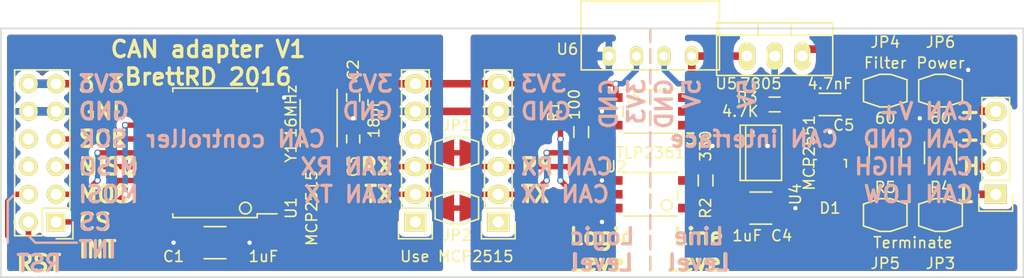
<source format=kicad_pcb>
(kicad_pcb (version 20171130) (host pcbnew "(5.1.12)-1")

  (general
    (thickness 1.6)
    (drawings 84)
    (tracks 250)
    (zones 0)
    (modules 28)
    (nets 43)
  )

  (page A4)
  (layers
    (0 F.Cu signal)
    (31 B.Cu signal)
    (32 B.Adhes user hide)
    (33 F.Adhes user hide)
    (34 B.Paste user hide)
    (35 F.Paste user hide)
    (36 B.SilkS user hide)
    (37 F.SilkS user hide)
    (38 B.Mask user hide)
    (39 F.Mask user hide)
    (40 Dwgs.User user hide)
    (41 Cmts.User user hide)
    (42 Eco1.User user hide)
    (43 Eco2.User user hide)
    (44 Edge.Cuts user)
    (45 Margin user hide)
    (46 B.CrtYd user hide)
    (47 F.CrtYd user hide)
    (48 B.Fab user hide)
    (49 F.Fab user hide)
  )

  (setup
    (last_trace_width 0.25)
    (user_trace_width 0.3)
    (user_trace_width 0.5)
    (user_trace_width 0.7)
    (user_trace_width 0.8)
    (user_trace_width 1)
    (user_trace_width 1.2)
    (trace_clearance 0.2)
    (zone_clearance 0.5)
    (zone_45_only no)
    (trace_min 0.2)
    (via_size 0.6)
    (via_drill 0.4)
    (via_min_size 0.4)
    (via_min_drill 0.3)
    (user_via 0.8 0.6)
    (user_via 1.2 1)
    (uvia_size 0.3)
    (uvia_drill 0.1)
    (uvias_allowed no)
    (uvia_min_size 0.2)
    (uvia_min_drill 0.1)
    (edge_width 0.15)
    (segment_width 0.2)
    (pcb_text_width 0.3)
    (pcb_text_size 1.5 1.5)
    (mod_edge_width 0.15)
    (mod_text_size 1 1)
    (mod_text_width 0.15)
    (pad_size 1.524 1.524)
    (pad_drill 0.762)
    (pad_to_mask_clearance 0.2)
    (aux_axis_origin 0 0)
    (visible_elements 7FFFFF7F)
    (pcbplotparams
      (layerselection 0x010f0_80000001)
      (usegerberextensions true)
      (usegerberattributes true)
      (usegerberadvancedattributes true)
      (creategerberjobfile true)
      (excludeedgelayer true)
      (linewidth 0.100000)
      (plotframeref false)
      (viasonmask false)
      (mode 1)
      (useauxorigin false)
      (hpglpennumber 1)
      (hpglpenspeed 20)
      (hpglpendiameter 15.000000)
      (psnegative false)
      (psa4output false)
      (plotreference true)
      (plotvalue true)
      (plotinvisibletext false)
      (padsonsilk false)
      (subtractmaskfromsilk true)
      (outputformat 1)
      (mirror false)
      (drillshape 0)
      (scaleselection 1)
      (outputdirectory "Gerber/"))
  )

  (net 0 "")
  (net 1 GND)
  (net 2 +3V3)
  (net 3 "Net-(C2-Pad2)")
  (net 4 "Net-(C3-Pad2)")
  (net 5 GNDREF)
  (net 6 +5V)
  (net 7 "Net-(C5-Pad2)")
  (net 8 /CAN_L)
  (net 9 /CAN_H)
  (net 10 /CS)
  (net 11 /~INT)
  (net 12 /MOSI)
  (net 13 /~RST)
  (net 14 /MISO)
  (net 15 /SCK)
  (net 16 +12V)
  (net 17 "Net-(R1-Pad1)")
  (net 18 "Net-(R2-Pad1)")
  (net 19 "Net-(R2-Pad2)")
  (net 20 "Net-(R3-Pad2)")
  (net 21 "Net-(JP4-Pad1)")
  (net 22 "Net-(JP3-Pad1)")
  (net 23 "Net-(JP5-Pad2)")
  (net 24 "Net-(U3-Pad5)")
  (net 25 "Net-(JP6-Pad2)")
  (net 26 /CAN_RX_C)
  (net 27 /CAN_RX_I)
  (net 28 /CAN_TX_C)
  (net 29 /CAN_TX_I)
  (net 30 "Net-(P1-Pad6)")
  (net 31 "Net-(P1-Pad8)")
  (net 32 "Net-(P2-Pad1)")
  (net 33 "Net-(P2-Pad4)")
  (net 34 "Net-(P4-Pad1)")
  (net 35 "Net-(P4-Pad4)")
  (net 36 "Net-(U1-Pad3)")
  (net 37 "Net-(U1-Pad4)")
  (net 38 "Net-(U1-Pad5)")
  (net 39 "Net-(U1-Pad6)")
  (net 40 "Net-(U1-Pad10)")
  (net 41 "Net-(U1-Pad11)")
  (net 42 "Net-(U4-Pad5)")

  (net_class Default "This is the default net class."
    (clearance 0.2)
    (trace_width 0.25)
    (via_dia 0.6)
    (via_drill 0.4)
    (uvia_dia 0.3)
    (uvia_drill 0.1)
    (add_net +12V)
    (add_net +3V3)
    (add_net +5V)
    (add_net /CAN_H)
    (add_net /CAN_L)
    (add_net /CAN_RX_C)
    (add_net /CAN_RX_I)
    (add_net /CAN_TX_C)
    (add_net /CAN_TX_I)
    (add_net /CS)
    (add_net /MISO)
    (add_net /MOSI)
    (add_net /SCK)
    (add_net /~INT)
    (add_net /~RST)
    (add_net GND)
    (add_net GNDREF)
    (add_net "Net-(C2-Pad2)")
    (add_net "Net-(C3-Pad2)")
    (add_net "Net-(C5-Pad2)")
    (add_net "Net-(JP3-Pad1)")
    (add_net "Net-(JP4-Pad1)")
    (add_net "Net-(JP5-Pad2)")
    (add_net "Net-(JP6-Pad2)")
    (add_net "Net-(P1-Pad6)")
    (add_net "Net-(P1-Pad8)")
    (add_net "Net-(P2-Pad1)")
    (add_net "Net-(P2-Pad4)")
    (add_net "Net-(P4-Pad1)")
    (add_net "Net-(P4-Pad4)")
    (add_net "Net-(R1-Pad1)")
    (add_net "Net-(R2-Pad1)")
    (add_net "Net-(R2-Pad2)")
    (add_net "Net-(R3-Pad2)")
    (add_net "Net-(U1-Pad10)")
    (add_net "Net-(U1-Pad11)")
    (add_net "Net-(U1-Pad3)")
    (add_net "Net-(U1-Pad4)")
    (add_net "Net-(U1-Pad5)")
    (add_net "Net-(U1-Pad6)")
    (add_net "Net-(U3-Pad5)")
    (add_net "Net-(U4-Pad5)")
  )

  (module LocalLib:JumperSingleClosed (layer F.Cu) (tedit 57625299) (tstamp 5762470C)
    (at 57.15 27.94)
    (path /56B1A7F0)
    (fp_text reference JP1 (at 0 -2.54) (layer F.SilkS)
      (effects (font (size 1 1) (thickness 0.15)))
    )
    (fp_text value "Use MCP2515" (at 0 -2.5) (layer F.Fab) hide
      (effects (font (size 1 1) (thickness 0.15)))
    )
    (fp_line (start -2 -1) (end -0.5 -1.5) (layer F.SilkS) (width 0.15))
    (fp_line (start -2 1) (end -2 -1) (layer F.SilkS) (width 0.15))
    (fp_line (start -0.5 1.5) (end -2 1) (layer F.SilkS) (width 0.15))
    (fp_line (start 0.5 1.5) (end -0.5 1.5) (layer F.SilkS) (width 0.15))
    (fp_line (start 2 1) (end 0.5 1.5) (layer F.SilkS) (width 0.15))
    (fp_line (start 2 -1) (end 2 1) (layer F.SilkS) (width 0.15))
    (fp_line (start 0.5 -1.5) (end 2 -1) (layer F.SilkS) (width 0.15))
    (fp_line (start -0.5 -1.5) (end 0.5 -1.5) (layer F.SilkS) (width 0.15))
    (pad 1 smd trapezoid (at -1 0) (size 1.5 2) (rect_delta -0.5 0 ) (layers F.Cu F.Paste F.Mask)
      (net 26 /CAN_RX_C))
    (pad 2 smd trapezoid (at 1 0) (size 1.5 2) (rect_delta 0.5 0 ) (layers F.Cu F.Paste F.Mask)
      (net 27 /CAN_RX_I))
    (pad 1 smd rect (at 0 0) (size 1 0.5) (layers F.Cu F.Paste F.Mask)
      (net 26 /CAN_RX_C))
  )

  (module LocalLib:SOIC-18_7.5x11.6mm_Pitch1.27mm (layer F.Cu) (tedit 57625AC6) (tstamp 576252A4)
    (at 34.925 27.94 180)
    (descr "18-Lead Plastic Small Outline (SO) - Wide, 7.50 mm Body [SOIC] (see Microchip Packaging Specification 00000049BS.pdf)")
    (tags "SOIC 1.27")
    (path /56AF4DB4)
    (attr smd)
    (fp_text reference U1 (at -6.985 -5.08 270) (layer F.SilkS)
      (effects (font (size 1 1) (thickness 0.15)))
    )
    (fp_text value MCP2515 (at -8.89 -5.08 90) (layer F.SilkS)
      (effects (font (size 1 1) (thickness 0.15)))
    )
    (fp_line (start -3.875 -5.605) (end -5.7 -5.605) (layer F.SilkS) (width 0.15))
    (fp_line (start -3.875 5.95) (end 3.875 5.95) (layer F.SilkS) (width 0.15))
    (fp_line (start -3.875 -5.95) (end 3.875 -5.95) (layer F.SilkS) (width 0.15))
    (fp_line (start -3.875 5.95) (end -3.875 5.605) (layer F.SilkS) (width 0.15))
    (fp_line (start 3.875 5.95) (end 3.875 5.605) (layer F.SilkS) (width 0.15))
    (fp_line (start 3.875 -5.95) (end 3.875 -5.605) (layer F.SilkS) (width 0.15))
    (fp_line (start -3.875 -5.95) (end -3.875 -5.605) (layer F.SilkS) (width 0.15))
    (fp_line (start -5.95 6.15) (end 5.95 6.15) (layer F.CrtYd) (width 0.05))
    (fp_line (start -5.95 -6.15) (end 5.95 -6.15) (layer F.CrtYd) (width 0.05))
    (fp_line (start 5.95 -6.15) (end 5.95 6.15) (layer F.CrtYd) (width 0.05))
    (fp_line (start -5.95 -6.15) (end -5.95 6.15) (layer F.CrtYd) (width 0.05))
    (fp_circle (center -2.794 -5.08) (end -2.413 -4.699) (layer F.SilkS) (width 0.15))
    (pad 1 smd rect (at -4.7 -5.08 180) (size 2 0.6) (layers F.Cu F.Paste F.Mask)
      (net 28 /CAN_TX_C))
    (pad 2 smd rect (at -4.7 -3.81 180) (size 2 0.6) (layers F.Cu F.Paste F.Mask)
      (net 26 /CAN_RX_C))
    (pad 3 smd rect (at -4.7 -2.54 180) (size 2 0.6) (layers F.Cu F.Paste F.Mask)
      (net 36 "Net-(U1-Pad3)"))
    (pad 4 smd rect (at -4.7 -1.27 180) (size 2 0.6) (layers F.Cu F.Paste F.Mask)
      (net 37 "Net-(U1-Pad4)"))
    (pad 5 smd rect (at -4.7 0 180) (size 2 0.6) (layers F.Cu F.Paste F.Mask)
      (net 38 "Net-(U1-Pad5)"))
    (pad 6 smd rect (at -4.7 1.27 180) (size 2 0.6) (layers F.Cu F.Paste F.Mask)
      (net 39 "Net-(U1-Pad6)"))
    (pad 7 smd rect (at -4.7 2.54 180) (size 2 0.6) (layers F.Cu F.Paste F.Mask)
      (net 4 "Net-(C3-Pad2)"))
    (pad 8 smd rect (at -4.7 3.81 180) (size 2 0.6) (layers F.Cu F.Paste F.Mask)
      (net 3 "Net-(C2-Pad2)"))
    (pad 9 smd rect (at -4.7 5.08 180) (size 2 0.6) (layers F.Cu F.Paste F.Mask)
      (net 1 GND))
    (pad 10 smd rect (at 4.7 5.08 180) (size 2 0.6) (layers F.Cu F.Paste F.Mask)
      (net 40 "Net-(U1-Pad10)"))
    (pad 11 smd rect (at 4.7 3.81 180) (size 2 0.6) (layers F.Cu F.Paste F.Mask)
      (net 41 "Net-(U1-Pad11)"))
    (pad 12 smd rect (at 4.7 2.54 180) (size 2 0.6) (layers F.Cu F.Paste F.Mask)
      (net 11 /~INT))
    (pad 13 smd rect (at 4.7 1.27 180) (size 2 0.6) (layers F.Cu F.Paste F.Mask)
      (net 15 /SCK))
    (pad 14 smd rect (at 4.7 0 180) (size 2 0.6) (layers F.Cu F.Paste F.Mask)
      (net 12 /MOSI))
    (pad 15 smd rect (at 4.7 -1.27 180) (size 2 0.6) (layers F.Cu F.Paste F.Mask)
      (net 14 /MISO))
    (pad 16 smd rect (at 4.7 -2.54 180) (size 2 0.6) (layers F.Cu F.Paste F.Mask)
      (net 10 /CS))
    (pad 17 smd rect (at 4.7 -3.81 180) (size 2 0.6) (layers F.Cu F.Paste F.Mask)
      (net 13 /~RST))
    (pad 18 smd rect (at 4.7 -5.08 180) (size 2 0.6) (layers F.Cu F.Paste F.Mask)
      (net 2 +3V3))
    (model Housings_SOIC.3dshapes/SOIC-18_7.5x11.6mm_Pitch1.27mm.wrl
      (at (xyz 0 0 0))
      (scale (xyz 1 1 1))
      (rotate (xyz 0 0 0))
    )
  )

  (module LocalLib:JumperSingleClosed (layer F.Cu) (tedit 57625294) (tstamp 5762471A)
    (at 57.15 33.02)
    (path /56B1A902)
    (fp_text reference JP2 (at 0 2.5) (layer F.SilkS)
      (effects (font (size 1 1) (thickness 0.15)))
    )
    (fp_text value "Use MCP2515" (at 0 4.445) (layer F.SilkS)
      (effects (font (size 1 1) (thickness 0.15)))
    )
    (fp_line (start -2 -1) (end -0.5 -1.5) (layer F.SilkS) (width 0.15))
    (fp_line (start -2 1) (end -2 -1) (layer F.SilkS) (width 0.15))
    (fp_line (start -0.5 1.5) (end -2 1) (layer F.SilkS) (width 0.15))
    (fp_line (start 0.5 1.5) (end -0.5 1.5) (layer F.SilkS) (width 0.15))
    (fp_line (start 2 1) (end 0.5 1.5) (layer F.SilkS) (width 0.15))
    (fp_line (start 2 -1) (end 2 1) (layer F.SilkS) (width 0.15))
    (fp_line (start 0.5 -1.5) (end 2 -1) (layer F.SilkS) (width 0.15))
    (fp_line (start -0.5 -1.5) (end 0.5 -1.5) (layer F.SilkS) (width 0.15))
    (pad 1 smd trapezoid (at -1 0) (size 1.5 2) (rect_delta -0.5 0 ) (layers F.Cu F.Paste F.Mask)
      (net 28 /CAN_TX_C))
    (pad 2 smd trapezoid (at 1 0) (size 1.5 2) (rect_delta 0.5 0 ) (layers F.Cu F.Paste F.Mask)
      (net 29 /CAN_TX_I))
    (pad 1 smd rect (at 0 0) (size 1 0.5) (layers F.Cu F.Paste F.Mask)
      (net 28 /CAN_TX_C))
  )

  (module LocalLib:Murata_SIL (layer F.Cu) (tedit 576252ED) (tstamp 574A8B9E)
    (at 74.93 19.05)
    (path /574A8BED)
    (fp_text reference U6 (at -7.62 -0.635) (layer F.SilkS)
      (effects (font (size 1 1) (thickness 0.15)))
    )
    (fp_text value NKE0305SC (at -10.795 -1.27) (layer F.Fab) hide
      (effects (font (size 1 1) (thickness 0.15)))
    )
    (fp_line (start -6.35 -5.08) (end -6.35 1.27) (layer F.SilkS) (width 0.15))
    (fp_line (start 6.35 -5.08) (end -6.35 -5.08) (layer F.SilkS) (width 0.15))
    (fp_line (start 6.35 1.27) (end 6.35 -5.08) (layer F.SilkS) (width 0.15))
    (fp_line (start -6.35 1.27) (end 6.35 1.27) (layer F.SilkS) (width 0.15))
    (pad 1 thru_hole oval (at -3.81 0) (size 1.2 1.8) (drill 0.8) (layers *.Cu *.Mask F.SilkS)
      (net 1 GND))
    (pad 2 thru_hole oval (at -1.27 0) (size 1.2 1.8) (drill 0.8) (layers *.Cu *.Mask F.SilkS)
      (net 2 +3V3))
    (pad 3 thru_hole oval (at 1.27 0) (size 1.2 1.8) (drill 0.8) (layers *.Cu *.Mask F.SilkS)
      (net 5 GNDREF))
    (pad 4 thru_hole oval (at 3.81 0) (size 1.2 1.8) (drill 0.8) (layers *.Cu *.Mask F.SilkS)
      (net 6 +5V))
  )

  (module Capacitors_SMD:C_1206 (layer F.Cu) (tedit 576254CA) (tstamp 57409EE5)
    (at 91.44 23.495)
    (descr "Capacitor SMD 1206, reflow soldering, AVX (see smccp.pdf)")
    (tags "capacitor 1206")
    (path /56AF5117)
    (attr smd)
    (fp_text reference C5 (at 1.27 1.905) (layer F.SilkS)
      (effects (font (size 1 1) (thickness 0.15)))
    )
    (fp_text value 4.7nF (at 0 -1.905) (layer F.SilkS)
      (effects (font (size 1 1) (thickness 0.15)))
    )
    (fp_line (start -1 1.025) (end 1 1.025) (layer F.SilkS) (width 0.15))
    (fp_line (start 1 -1.025) (end -1 -1.025) (layer F.SilkS) (width 0.15))
    (fp_line (start 2.3 -1.15) (end 2.3 1.15) (layer F.CrtYd) (width 0.05))
    (fp_line (start -2.3 -1.15) (end -2.3 1.15) (layer F.CrtYd) (width 0.05))
    (fp_line (start -2.3 1.15) (end 2.3 1.15) (layer F.CrtYd) (width 0.05))
    (fp_line (start -2.3 -1.15) (end 2.3 -1.15) (layer F.CrtYd) (width 0.05))
    (pad 1 smd rect (at -1.5 0) (size 1 1.6) (layers F.Cu F.Paste F.Mask)
      (net 5 GNDREF))
    (pad 2 smd rect (at 1.5 0) (size 1 1.6) (layers F.Cu F.Paste F.Mask)
      (net 7 "Net-(C5-Pad2)"))
    (model Capacitors_SMD.3dshapes/C_1206.wrl
      (at (xyz 0 0 0))
      (scale (xyz 1 1 1))
      (rotate (xyz 0 0 0))
    )
  )

  (module Pin_Headers:Pin_Header_Straight_1x06 (layer F.Cu) (tedit 5762520A) (tstamp 574094F5)
    (at 53.34 34.29 180)
    (descr "Through hole pin header")
    (tags "pin header")
    (path /57409659)
    (fp_text reference P4 (at 0 -5.1 180) (layer F.SilkS) hide
      (effects (font (size 1 1) (thickness 0.15)))
    )
    (fp_text value CONN_01X06 (at 0 -3.1 180) (layer F.Fab) hide
      (effects (font (size 1 1) (thickness 0.15)))
    )
    (fp_line (start -1.55 -1.55) (end 1.55 -1.55) (layer F.SilkS) (width 0.15))
    (fp_line (start -1.55 0) (end -1.55 -1.55) (layer F.SilkS) (width 0.15))
    (fp_line (start 1.27 1.27) (end -1.27 1.27) (layer F.SilkS) (width 0.15))
    (fp_line (start 1.55 -1.55) (end 1.55 0) (layer F.SilkS) (width 0.15))
    (fp_line (start -1.27 13.97) (end -1.27 1.27) (layer F.SilkS) (width 0.15))
    (fp_line (start 1.27 13.97) (end -1.27 13.97) (layer F.SilkS) (width 0.15))
    (fp_line (start 1.27 1.27) (end 1.27 13.97) (layer F.SilkS) (width 0.15))
    (fp_line (start -1.75 14.45) (end 1.75 14.45) (layer F.CrtYd) (width 0.05))
    (fp_line (start -1.75 -1.75) (end 1.75 -1.75) (layer F.CrtYd) (width 0.05))
    (fp_line (start 1.75 -1.75) (end 1.75 14.45) (layer F.CrtYd) (width 0.05))
    (fp_line (start -1.75 -1.75) (end -1.75 14.45) (layer F.CrtYd) (width 0.05))
    (pad 1 thru_hole rect (at 0 0 180) (size 2.032 1.7272) (drill 1.016) (layers *.Cu *.Mask F.SilkS)
      (net 34 "Net-(P4-Pad1)"))
    (pad 2 thru_hole oval (at 0 2.54 180) (size 2.032 1.7272) (drill 1.016) (layers *.Cu *.Mask F.SilkS)
      (net 28 /CAN_TX_C))
    (pad 3 thru_hole oval (at 0 5.08 180) (size 2.032 1.7272) (drill 1.016) (layers *.Cu *.Mask F.SilkS)
      (net 26 /CAN_RX_C))
    (pad 4 thru_hole oval (at 0 7.62 180) (size 2.032 1.7272) (drill 1.016) (layers *.Cu *.Mask F.SilkS)
      (net 35 "Net-(P4-Pad4)"))
    (pad 5 thru_hole oval (at 0 10.16 180) (size 2.032 1.7272) (drill 1.016) (layers *.Cu *.Mask F.SilkS)
      (net 1 GND))
    (pad 6 thru_hole oval (at 0 12.7 180) (size 2.032 1.7272) (drill 1.016) (layers *.Cu *.Mask F.SilkS)
      (net 2 +3V3))
    (model Pin_Headers.3dshapes/Pin_Header_Straight_1x06.wrl
      (offset (xyz 0 -6.349999904632568 0))
      (scale (xyz 1 1 1))
      (rotate (xyz 0 0 90))
    )
  )

  (module Capacitors_SMD:C_0603 (layer F.Cu) (tedit 57625177) (tstamp 574092D7)
    (at 47.625 26.67 270)
    (descr "Capacitor SMD 0603, reflow soldering, AVX (see smccp.pdf)")
    (tags "capacitor 0603")
    (path /56B1C20B)
    (attr smd)
    (fp_text reference C3 (at 2.54 0 270) (layer F.SilkS)
      (effects (font (size 1 1) (thickness 0.15)))
    )
    (fp_text value 18pF (at 0 -1.905 270) (layer F.SilkS) hide
      (effects (font (size 1 1) (thickness 0.15)))
    )
    (fp_line (start 0.35 0.6) (end -0.35 0.6) (layer F.SilkS) (width 0.15))
    (fp_line (start -0.35 -0.6) (end 0.35 -0.6) (layer F.SilkS) (width 0.15))
    (fp_line (start 1.45 -0.75) (end 1.45 0.75) (layer F.CrtYd) (width 0.05))
    (fp_line (start -1.45 -0.75) (end -1.45 0.75) (layer F.CrtYd) (width 0.05))
    (fp_line (start -1.45 0.75) (end 1.45 0.75) (layer F.CrtYd) (width 0.05))
    (fp_line (start -1.45 -0.75) (end 1.45 -0.75) (layer F.CrtYd) (width 0.05))
    (pad 1 smd rect (at -0.75 0 270) (size 0.8 0.75) (layers F.Cu F.Paste F.Mask)
      (net 1 GND))
    (pad 2 smd rect (at 0.75 0 270) (size 0.8 0.75) (layers F.Cu F.Paste F.Mask)
      (net 4 "Net-(C3-Pad2)"))
    (model Capacitors_SMD.3dshapes/C_0603.wrl
      (at (xyz 0 0 0))
      (scale (xyz 1 1 1))
      (rotate (xyz 0 0 0))
    )
  )

  (module Capacitors_SMD:C_0603 (layer F.Cu) (tedit 5762518B) (tstamp 574092D2)
    (at 47.625 22.86 90)
    (descr "Capacitor SMD 0603, reflow soldering, AVX (see smccp.pdf)")
    (tags "capacitor 0603")
    (path /56B1C132)
    (attr smd)
    (fp_text reference C2 (at 2.54 0 90) (layer F.SilkS)
      (effects (font (size 1 1) (thickness 0.15)))
    )
    (fp_text value 18pF (at -1.905 1.905 90) (layer F.SilkS)
      (effects (font (size 1 1) (thickness 0.15)))
    )
    (fp_line (start 0.35 0.6) (end -0.35 0.6) (layer F.SilkS) (width 0.15))
    (fp_line (start -0.35 -0.6) (end 0.35 -0.6) (layer F.SilkS) (width 0.15))
    (fp_line (start 1.45 -0.75) (end 1.45 0.75) (layer F.CrtYd) (width 0.05))
    (fp_line (start -1.45 -0.75) (end -1.45 0.75) (layer F.CrtYd) (width 0.05))
    (fp_line (start -1.45 0.75) (end 1.45 0.75) (layer F.CrtYd) (width 0.05))
    (fp_line (start -1.45 -0.75) (end 1.45 -0.75) (layer F.CrtYd) (width 0.05))
    (pad 1 smd rect (at -0.75 0 90) (size 0.8 0.75) (layers F.Cu F.Paste F.Mask)
      (net 1 GND))
    (pad 2 smd rect (at 0.75 0 90) (size 0.8 0.75) (layers F.Cu F.Paste F.Mask)
      (net 3 "Net-(C2-Pad2)"))
    (model Capacitors_SMD.3dshapes/C_0603.wrl
      (at (xyz 0 0 0))
      (scale (xyz 1 1 1))
      (rotate (xyz 0 0 0))
    )
  )

  (module Capacitors_SMD:C_1210 (layer F.Cu) (tedit 576253F7) (tstamp 5740929F)
    (at 85.09 33.02 180)
    (descr "Capacitor SMD 1210, reflow soldering, AVX (see smccp.pdf)")
    (tags "capacitor 1210")
    (path /56B1D6F6)
    (attr smd)
    (fp_text reference C4 (at -1.905 -2.54 180) (layer F.SilkS)
      (effects (font (size 1 1) (thickness 0.15)))
    )
    (fp_text value 1uF (at 1.27 -2.54 180) (layer F.SilkS)
      (effects (font (size 1 1) (thickness 0.15)))
    )
    (fp_line (start -1 1.475) (end 1 1.475) (layer F.SilkS) (width 0.15))
    (fp_line (start 1 -1.475) (end -1 -1.475) (layer F.SilkS) (width 0.15))
    (fp_line (start 2.3 -1.6) (end 2.3 1.6) (layer F.CrtYd) (width 0.05))
    (fp_line (start -2.3 -1.6) (end -2.3 1.6) (layer F.CrtYd) (width 0.05))
    (fp_line (start -2.3 1.6) (end 2.3 1.6) (layer F.CrtYd) (width 0.05))
    (fp_line (start -2.3 -1.6) (end 2.3 -1.6) (layer F.CrtYd) (width 0.05))
    (pad 1 smd rect (at -1.5 0 180) (size 1 2.5) (layers F.Cu F.Paste F.Mask)
      (net 5 GNDREF))
    (pad 2 smd rect (at 1.5 0 180) (size 1 2.5) (layers F.Cu F.Paste F.Mask)
      (net 6 +5V))
    (model Capacitors_SMD.3dshapes/C_1210.wrl
      (at (xyz 0 0 0))
      (scale (xyz 1 1 1))
      (rotate (xyz 0 0 0))
    )
  )

  (module Capacitors_SMD:C_1210 (layer F.Cu) (tedit 57625280) (tstamp 5740929A)
    (at 34.925 36.195 180)
    (descr "Capacitor SMD 1210, reflow soldering, AVX (see smccp.pdf)")
    (tags "capacitor 1210")
    (path /56B1CA8D)
    (attr smd)
    (fp_text reference C1 (at 3.81 -1.27 180) (layer F.SilkS)
      (effects (font (size 1 1) (thickness 0.15)))
    )
    (fp_text value 1uF (at -4.445 -1.27 180) (layer F.SilkS)
      (effects (font (size 1 1) (thickness 0.15)))
    )
    (fp_line (start -1 1.475) (end 1 1.475) (layer F.SilkS) (width 0.15))
    (fp_line (start 1 -1.475) (end -1 -1.475) (layer F.SilkS) (width 0.15))
    (fp_line (start 2.3 -1.6) (end 2.3 1.6) (layer F.CrtYd) (width 0.05))
    (fp_line (start -2.3 -1.6) (end -2.3 1.6) (layer F.CrtYd) (width 0.05))
    (fp_line (start -2.3 1.6) (end 2.3 1.6) (layer F.CrtYd) (width 0.05))
    (fp_line (start -2.3 -1.6) (end 2.3 -1.6) (layer F.CrtYd) (width 0.05))
    (pad 1 smd rect (at -1.5 0 180) (size 1 2.5) (layers F.Cu F.Paste F.Mask)
      (net 1 GND))
    (pad 2 smd rect (at 1.5 0 180) (size 1 2.5) (layers F.Cu F.Paste F.Mask)
      (net 2 +3V3))
    (model Capacitors_SMD.3dshapes/C_1210.wrl
      (at (xyz 0 0 0))
      (scale (xyz 1 1 1))
      (rotate (xyz 0 0 0))
    )
  )

  (module Crystals:Crystal_SMD_5032_2Pads (layer F.Cu) (tedit 57625C7B) (tstamp 57408EEC)
    (at 44.45 24.765 270)
    (descr "Ceramic SMD crystal, 5.0x3.2mm, 2 Pads")
    (tags "crystal oscillator quartz SMD SMT 5032")
    (path /56B1BF55)
    (attr smd)
    (fp_text reference Y1 (at 3.175 2.54 270) (layer F.SilkS)
      (effects (font (size 1 1) (thickness 0.15)))
    )
    (fp_text value 16MHz (at -0.635 2.54 270) (layer F.SilkS)
      (effects (font (size 1 1) (thickness 0.15)))
    )
    (fp_line (start -2.65 -1.7) (end 2.6 -1.7) (layer F.SilkS) (width 0.15))
    (fp_line (start 2.6 1.7) (end -1.7 1.7) (layer F.SilkS) (width 0.15))
    (fp_line (start 3.6 -2.2) (end -3.6 -2.2) (layer F.CrtYd) (width 0.05))
    (fp_line (start -3.6 -2.2) (end -3.6 2.2) (layer F.CrtYd) (width 0.05))
    (fp_line (start -3.6 2.2) (end 3.6 2.2) (layer F.CrtYd) (width 0.05))
    (fp_line (start 3.6 2.2) (end 3.6 -2.2) (layer F.CrtYd) (width 0.05))
    (pad 1 smd rect (at -2.05 0 270) (size 2 2.4) (layers F.Cu F.Paste F.Mask)
      (net 3 "Net-(C2-Pad2)"))
    (pad 2 smd rect (at 2.05 0 270) (size 2 2.4) (layers F.Cu F.Paste F.Mask)
      (net 4 "Net-(C3-Pad2)"))
    (model Crystals.3dshapes/Crystal_SMD_5032_2Pads.wrl
      (at (xyz 0 0 0))
      (scale (xyz 0.3937 0.3937 0.3937))
      (rotate (xyz 0 0 0))
    )
  )

  (module TO_SOT_Packages_THT:TO-220_Neutral123_Vertical (layer F.Cu) (tedit 576258AE) (tstamp 57408EE6)
    (at 86.36 19.05)
    (descr "TO-220, Neutral, Vertical,")
    (tags "TO-220, Neutral, Vertical,")
    (path /56EF9EFC)
    (fp_text reference U5 (at -4.445 2.54) (layer F.SilkS)
      (effects (font (size 1 1) (thickness 0.15)))
    )
    (fp_text value 7805 (at -1.27 2.54) (layer F.SilkS)
      (effects (font (size 1 1) (thickness 0.15)))
    )
    (fp_line (start 0 -3.048) (end 5.334 -3.048) (layer F.SilkS) (width 0.15))
    (fp_line (start 0 -3.048) (end -5.334 -3.048) (layer F.SilkS) (width 0.15))
    (fp_line (start -5.334 -1.905) (end -5.334 -3.048) (layer F.SilkS) (width 0.15))
    (fp_line (start 5.334 -1.905) (end -5.334 -1.905) (layer F.SilkS) (width 0.15))
    (fp_line (start 5.334 -3.048) (end 5.334 -1.905) (layer F.SilkS) (width 0.15))
    (fp_line (start -5.334 1.778) (end -5.334 -1.905) (layer F.SilkS) (width 0.15))
    (fp_line (start 5.334 1.778) (end -5.334 1.778) (layer F.SilkS) (width 0.15))
    (fp_line (start 5.334 -1.905) (end 5.334 1.778) (layer F.SilkS) (width 0.15))
    (fp_line (start 1.524 -3.048) (end 1.524 -1.905) (layer F.SilkS) (width 0.15))
    (fp_line (start -1.524 -3.048) (end -1.524 -1.905) (layer F.SilkS) (width 0.15))
    (pad 2 thru_hole oval (at 0 0 90) (size 2.49936 1.50114) (drill 1.00076) (layers *.Cu *.Mask F.SilkS)
      (net 5 GNDREF))
    (pad 1 thru_hole oval (at -2.54 0 90) (size 2.49936 1.50114) (drill 1.00076) (layers *.Cu *.Mask F.SilkS)
      (net 6 +5V))
    (pad 3 thru_hole oval (at 2.54 0 90) (size 2.49936 1.50114) (drill 1.00076) (layers *.Cu *.Mask F.SilkS)
      (net 25 "Net-(JP6-Pad2)"))
    (model TO_SOT_Packages_THT.3dshapes/TO-220_Neutral123_Vertical.wrl
      (at (xyz 0 0 0))
      (scale (xyz 0.3937 0.3937 0.3937))
      (rotate (xyz 0 0 0))
    )
  )

  (module Resistors_SMD:R_1210 (layer F.Cu) (tedit 57625533) (tstamp 56EF8662)
    (at 96.52 27.94 270)
    (descr "Resistor SMD 1210, reflow soldering, Vishay (see dcrcw.pdf)")
    (tags "resistor 1210")
    (path /56AF53DB)
    (attr smd)
    (fp_text reference R5 (at 3.175 0) (layer F.SilkS)
      (effects (font (size 1 1) (thickness 0.15)))
    )
    (fp_text value 60 (at -3.175 0) (layer F.SilkS)
      (effects (font (size 1 1) (thickness 0.15)))
    )
    (fp_line (start -1 -1.475) (end 1 -1.475) (layer F.SilkS) (width 0.15))
    (fp_line (start 1 1.475) (end -1 1.475) (layer F.SilkS) (width 0.15))
    (fp_line (start 2.2 -1.6) (end 2.2 1.6) (layer F.CrtYd) (width 0.05))
    (fp_line (start -2.2 -1.6) (end -2.2 1.6) (layer F.CrtYd) (width 0.05))
    (fp_line (start -2.2 1.6) (end 2.2 1.6) (layer F.CrtYd) (width 0.05))
    (fp_line (start -2.2 -1.6) (end 2.2 -1.6) (layer F.CrtYd) (width 0.05))
    (pad 1 smd rect (at -1.45 0 270) (size 0.9 2.5) (layers F.Cu F.Paste F.Mask)
      (net 21 "Net-(JP4-Pad1)"))
    (pad 2 smd rect (at 1.45 0 270) (size 0.9 2.5) (layers F.Cu F.Paste F.Mask)
      (net 23 "Net-(JP5-Pad2)"))
    (model Resistors_SMD.3dshapes/R_1210.wrl
      (at (xyz 0 0 0))
      (scale (xyz 1 1 1))
      (rotate (xyz 0 0 0))
    )
  )

  (module Resistors_SMD:R_1210 (layer F.Cu) (tedit 57625540) (tstamp 56EF865D)
    (at 101.6 27.94 270)
    (descr "Resistor SMD 1210, reflow soldering, Vishay (see dcrcw.pdf)")
    (tags "resistor 1210")
    (path /56AF5371)
    (attr smd)
    (fp_text reference R4 (at 3.175 0 180) (layer F.SilkS)
      (effects (font (size 1 1) (thickness 0.15)))
    )
    (fp_text value 60 (at -3.175 0) (layer F.SilkS)
      (effects (font (size 1 1) (thickness 0.15)))
    )
    (fp_line (start -1 -1.475) (end 1 -1.475) (layer F.SilkS) (width 0.15))
    (fp_line (start 1 1.475) (end -1 1.475) (layer F.SilkS) (width 0.15))
    (fp_line (start 2.2 -1.6) (end 2.2 1.6) (layer F.CrtYd) (width 0.05))
    (fp_line (start -2.2 -1.6) (end -2.2 1.6) (layer F.CrtYd) (width 0.05))
    (fp_line (start -2.2 1.6) (end 2.2 1.6) (layer F.CrtYd) (width 0.05))
    (fp_line (start -2.2 -1.6) (end 2.2 -1.6) (layer F.CrtYd) (width 0.05))
    (pad 1 smd rect (at -1.45 0 270) (size 0.9 2.5) (layers F.Cu F.Paste F.Mask)
      (net 21 "Net-(JP4-Pad1)"))
    (pad 2 smd rect (at 1.45 0 270) (size 0.9 2.5) (layers F.Cu F.Paste F.Mask)
      (net 22 "Net-(JP3-Pad1)"))
    (model Resistors_SMD.3dshapes/R_1210.wrl
      (at (xyz 0 0 0))
      (scale (xyz 1 1 1))
      (rotate (xyz 0 0 0))
    )
  )

  (module Resistors_SMD:R_0603 (layer F.Cu) (tedit 576253D2) (tstamp 56EF8658)
    (at 86.36 23.495)
    (descr "Resistor SMD 0603, reflow soldering, Vishay (see dcrcw.pdf)")
    (tags "resistor 0603")
    (path /56AF4F29)
    (attr smd)
    (fp_text reference R3 (at -2.54 -0.635) (layer F.SilkS)
      (effects (font (size 1 1) (thickness 0.15)))
    )
    (fp_text value 4.7K (at -3.175 0.635) (layer F.SilkS)
      (effects (font (size 1 1) (thickness 0.15)))
    )
    (fp_line (start -0.5 -0.675) (end 0.5 -0.675) (layer F.SilkS) (width 0.15))
    (fp_line (start 0.5 0.675) (end -0.5 0.675) (layer F.SilkS) (width 0.15))
    (fp_line (start 1.3 -0.8) (end 1.3 0.8) (layer F.CrtYd) (width 0.05))
    (fp_line (start -1.3 -0.8) (end -1.3 0.8) (layer F.CrtYd) (width 0.05))
    (fp_line (start -1.3 0.8) (end 1.3 0.8) (layer F.CrtYd) (width 0.05))
    (fp_line (start -1.3 -0.8) (end 1.3 -0.8) (layer F.CrtYd) (width 0.05))
    (pad 1 smd rect (at -0.75 0) (size 0.5 0.9) (layers F.Cu F.Paste F.Mask)
      (net 5 GNDREF))
    (pad 2 smd rect (at 0.75 0) (size 0.5 0.9) (layers F.Cu F.Paste F.Mask)
      (net 20 "Net-(R3-Pad2)"))
    (model Resistors_SMD.3dshapes/R_0603.wrl
      (at (xyz 0 0 0))
      (scale (xyz 1 1 1))
      (rotate (xyz 0 0 0))
    )
  )

  (module Resistors_SMD:R_0603 (layer F.Cu) (tedit 57625388) (tstamp 56EF8653)
    (at 80.01 30.48 270)
    (descr "Resistor SMD 0603, reflow soldering, Vishay (see dcrcw.pdf)")
    (tags "resistor 0603")
    (path /56B18172)
    (attr smd)
    (fp_text reference R2 (at 2.54 0 270) (layer F.SilkS)
      (effects (font (size 1 1) (thickness 0.15)))
    )
    (fp_text value 330 (at -3.175 0 270) (layer F.SilkS)
      (effects (font (size 1 1) (thickness 0.15)))
    )
    (fp_line (start -0.5 -0.675) (end 0.5 -0.675) (layer F.SilkS) (width 0.15))
    (fp_line (start 0.5 0.675) (end -0.5 0.675) (layer F.SilkS) (width 0.15))
    (fp_line (start 1.3 -0.8) (end 1.3 0.8) (layer F.CrtYd) (width 0.05))
    (fp_line (start -1.3 -0.8) (end -1.3 0.8) (layer F.CrtYd) (width 0.05))
    (fp_line (start -1.3 0.8) (end 1.3 0.8) (layer F.CrtYd) (width 0.05))
    (fp_line (start -1.3 -0.8) (end 1.3 -0.8) (layer F.CrtYd) (width 0.05))
    (pad 1 smd rect (at -0.75 0 270) (size 0.5 0.9) (layers F.Cu F.Paste F.Mask)
      (net 18 "Net-(R2-Pad1)"))
    (pad 2 smd rect (at 0.75 0 270) (size 0.5 0.9) (layers F.Cu F.Paste F.Mask)
      (net 19 "Net-(R2-Pad2)"))
    (model Resistors_SMD.3dshapes/R_0603.wrl
      (at (xyz 0 0 0))
      (scale (xyz 1 1 1))
      (rotate (xyz 0 0 0))
    )
  )

  (module Resistors_SMD:R_0603 (layer F.Cu) (tedit 5762540A) (tstamp 56EF864E)
    (at 68.58 26.035 270)
    (descr "Resistor SMD 0603, reflow soldering, Vishay (see dcrcw.pdf)")
    (tags "resistor 0603")
    (path /56B18100)
    (attr smd)
    (fp_text reference R1 (at -1.905 2.54 270) (layer F.SilkS)
      (effects (font (size 1 1) (thickness 0.15)))
    )
    (fp_text value 100 (at -2.54 0.635 270) (layer F.SilkS)
      (effects (font (size 1 1) (thickness 0.15)))
    )
    (fp_line (start -0.5 -0.675) (end 0.5 -0.675) (layer F.SilkS) (width 0.15))
    (fp_line (start 0.5 0.675) (end -0.5 0.675) (layer F.SilkS) (width 0.15))
    (fp_line (start 1.3 -0.8) (end 1.3 0.8) (layer F.CrtYd) (width 0.05))
    (fp_line (start -1.3 -0.8) (end -1.3 0.8) (layer F.CrtYd) (width 0.05))
    (fp_line (start -1.3 0.8) (end 1.3 0.8) (layer F.CrtYd) (width 0.05))
    (fp_line (start -1.3 -0.8) (end 1.3 -0.8) (layer F.CrtYd) (width 0.05))
    (pad 1 smd rect (at -0.75 0 270) (size 0.5 0.9) (layers F.Cu F.Paste F.Mask)
      (net 17 "Net-(R1-Pad1)"))
    (pad 2 smd rect (at 0.75 0 270) (size 0.5 0.9) (layers F.Cu F.Paste F.Mask)
      (net 29 /CAN_TX_I))
    (model Resistors_SMD.3dshapes/R_0603.wrl
      (at (xyz 0 0 0))
      (scale (xyz 1 1 1))
      (rotate (xyz 0 0 0))
    )
  )

  (module LocalLib:soic-5 (layer F.Cu) (tedit 5762535B) (tstamp 56EF7D3B)
    (at 74.93 24.13 270)
    (path /56D69433)
    (fp_text reference U3 (at 2.54 -3.175) (layer F.SilkS)
      (effects (font (size 1 1) (thickness 0.15)))
    )
    (fp_text value TLP2361 (at 0 -6.35 270) (layer F.Fab) hide
      (effects (font (size 1 1) (thickness 0.15)))
    )
    (fp_line (start -2 -2.5) (end -2 2.5) (layer F.SilkS) (width 0.15))
    (fp_line (start 2 -2.5) (end 2 2.5) (layer F.SilkS) (width 0.15))
    (fp_line (start -0.5 2.5) (end 0.5 2.5) (layer F.SilkS) (width 0.15))
    (fp_circle (center -1 1.5) (end -1 2) (layer F.SilkS) (width 0.15))
    (pad 1 smd rect (at -1.27 3.15 270) (size 0.8 1.2) (layers F.Cu F.Paste F.Mask)
      (net 2 +3V3))
    (pad 3 smd rect (at 1.27 3.15 270) (size 0.8 1.2) (layers F.Cu F.Paste F.Mask)
      (net 17 "Net-(R1-Pad1)"))
    (pad 4 smd rect (at 1.27 -3.15 270) (size 0.8 1.2) (layers F.Cu F.Paste F.Mask)
      (net 5 GNDREF))
    (pad 5 smd rect (at 0 -3.15 270) (size 0.8 1.2) (layers F.Cu F.Paste F.Mask)
      (net 24 "Net-(U3-Pad5)"))
    (pad 6 smd rect (at -1.27 -3.15 270) (size 0.8 1.2) (layers F.Cu F.Paste F.Mask)
      (net 6 +5V))
  )

  (module LocalLib:soic-5 (layer F.Cu) (tedit 57625363) (tstamp 56EF7D32)
    (at 74.93 31.75 90)
    (path /56D694C5)
    (fp_text reference U2 (at 2.54 -3.175 180) (layer F.SilkS)
      (effects (font (size 1 1) (thickness 0.15)))
    )
    (fp_text value TLP2361 (at 3.81 0 180) (layer F.SilkS)
      (effects (font (size 1 1) (thickness 0.15)))
    )
    (fp_line (start -2 -2.5) (end -2 2.5) (layer F.SilkS) (width 0.15))
    (fp_line (start 2 -2.5) (end 2 2.5) (layer F.SilkS) (width 0.15))
    (fp_line (start -0.5 2.5) (end 0.5 2.5) (layer F.SilkS) (width 0.15))
    (fp_circle (center -1 1.5) (end -1 2) (layer F.SilkS) (width 0.15))
    (pad 1 smd rect (at -1.27 3.15 90) (size 0.8 1.2) (layers F.Cu F.Paste F.Mask)
      (net 6 +5V))
    (pad 3 smd rect (at 1.27 3.15 90) (size 0.8 1.2) (layers F.Cu F.Paste F.Mask)
      (net 19 "Net-(R2-Pad2)"))
    (pad 4 smd rect (at 1.27 -3.15 90) (size 0.8 1.2) (layers F.Cu F.Paste F.Mask)
      (net 1 GND))
    (pad 5 smd rect (at 0 -3.15 90) (size 0.8 1.2) (layers F.Cu F.Paste F.Mask)
      (net 27 /CAN_RX_I))
    (pad 6 smd rect (at -1.27 -3.15 90) (size 0.8 1.2) (layers F.Cu F.Paste F.Mask)
      (net 2 +3V3))
  )

  (module Pin_Headers:Pin_Header_Straight_1x04 (layer F.Cu) (tedit 576254D7) (tstamp 56D6FC87)
    (at 106.68 31.75 180)
    (descr "Through hole pin header")
    (tags "pin header")
    (path /56AF716A)
    (fp_text reference P3 (at 0 -5.1 180) (layer F.SilkS) hide
      (effects (font (size 1 1) (thickness 0.15)))
    )
    (fp_text value CONN_01X04 (at 0 -3.1 180) (layer F.Fab) hide
      (effects (font (size 1 1) (thickness 0.15)))
    )
    (fp_line (start -1.55 -1.55) (end 1.55 -1.55) (layer F.SilkS) (width 0.15))
    (fp_line (start -1.55 0) (end -1.55 -1.55) (layer F.SilkS) (width 0.15))
    (fp_line (start 1.27 1.27) (end -1.27 1.27) (layer F.SilkS) (width 0.15))
    (fp_line (start -1.27 8.89) (end 1.27 8.89) (layer F.SilkS) (width 0.15))
    (fp_line (start 1.55 -1.55) (end 1.55 0) (layer F.SilkS) (width 0.15))
    (fp_line (start 1.27 1.27) (end 1.27 8.89) (layer F.SilkS) (width 0.15))
    (fp_line (start -1.27 1.27) (end -1.27 8.89) (layer F.SilkS) (width 0.15))
    (fp_line (start -1.75 9.4) (end 1.75 9.4) (layer F.CrtYd) (width 0.05))
    (fp_line (start -1.75 -1.75) (end 1.75 -1.75) (layer F.CrtYd) (width 0.05))
    (fp_line (start 1.75 -1.75) (end 1.75 9.4) (layer F.CrtYd) (width 0.05))
    (fp_line (start -1.75 -1.75) (end -1.75 9.4) (layer F.CrtYd) (width 0.05))
    (pad 1 thru_hole rect (at 0 0 180) (size 2.032 1.7272) (drill 1.016) (layers *.Cu *.Mask F.SilkS)
      (net 8 /CAN_L))
    (pad 2 thru_hole oval (at 0 2.54 180) (size 2.032 1.7272) (drill 1.016) (layers *.Cu *.Mask F.SilkS)
      (net 9 /CAN_H))
    (pad 3 thru_hole oval (at 0 5.08 180) (size 2.032 1.7272) (drill 1.016) (layers *.Cu *.Mask F.SilkS)
      (net 5 GNDREF))
    (pad 4 thru_hole oval (at 0 7.62 180) (size 2.032 1.7272) (drill 1.016) (layers *.Cu *.Mask F.SilkS)
      (net 16 +12V))
    (model Pin_Headers.3dshapes/Pin_Header_Straight_1x04.wrl
      (offset (xyz 0 -3.809999942779541 0))
      (scale (xyz 1 1 1))
      (rotate (xyz 0 0 90))
    )
  )

  (module Pin_Headers:Pin_Header_Straight_1x06 (layer F.Cu) (tedit 5762520D) (tstamp 56D6FC7F)
    (at 60.96 34.29 180)
    (descr "Through hole pin header")
    (tags "pin header")
    (path /56D69FC4)
    (fp_text reference P2 (at 0 -5.1 180) (layer F.SilkS) hide
      (effects (font (size 1 1) (thickness 0.15)))
    )
    (fp_text value CONN_01X06 (at 0 -3.1 180) (layer F.Fab) hide
      (effects (font (size 1 1) (thickness 0.15)))
    )
    (fp_line (start -1.55 -1.55) (end 1.55 -1.55) (layer F.SilkS) (width 0.15))
    (fp_line (start -1.55 0) (end -1.55 -1.55) (layer F.SilkS) (width 0.15))
    (fp_line (start 1.27 1.27) (end -1.27 1.27) (layer F.SilkS) (width 0.15))
    (fp_line (start 1.55 -1.55) (end 1.55 0) (layer F.SilkS) (width 0.15))
    (fp_line (start -1.27 13.97) (end -1.27 1.27) (layer F.SilkS) (width 0.15))
    (fp_line (start 1.27 13.97) (end -1.27 13.97) (layer F.SilkS) (width 0.15))
    (fp_line (start 1.27 1.27) (end 1.27 13.97) (layer F.SilkS) (width 0.15))
    (fp_line (start -1.75 14.45) (end 1.75 14.45) (layer F.CrtYd) (width 0.05))
    (fp_line (start -1.75 -1.75) (end 1.75 -1.75) (layer F.CrtYd) (width 0.05))
    (fp_line (start 1.75 -1.75) (end 1.75 14.45) (layer F.CrtYd) (width 0.05))
    (fp_line (start -1.75 -1.75) (end -1.75 14.45) (layer F.CrtYd) (width 0.05))
    (pad 1 thru_hole rect (at 0 0 180) (size 2.032 1.7272) (drill 1.016) (layers *.Cu *.Mask F.SilkS)
      (net 32 "Net-(P2-Pad1)"))
    (pad 2 thru_hole oval (at 0 2.54 180) (size 2.032 1.7272) (drill 1.016) (layers *.Cu *.Mask F.SilkS)
      (net 29 /CAN_TX_I))
    (pad 3 thru_hole oval (at 0 5.08 180) (size 2.032 1.7272) (drill 1.016) (layers *.Cu *.Mask F.SilkS)
      (net 27 /CAN_RX_I))
    (pad 4 thru_hole oval (at 0 7.62 180) (size 2.032 1.7272) (drill 1.016) (layers *.Cu *.Mask F.SilkS)
      (net 33 "Net-(P2-Pad4)"))
    (pad 5 thru_hole oval (at 0 10.16 180) (size 2.032 1.7272) (drill 1.016) (layers *.Cu *.Mask F.SilkS)
      (net 1 GND))
    (pad 6 thru_hole oval (at 0 12.7 180) (size 2.032 1.7272) (drill 1.016) (layers *.Cu *.Mask F.SilkS)
      (net 2 +3V3))
    (model Pin_Headers.3dshapes/Pin_Header_Straight_1x06.wrl
      (offset (xyz 0 -6.349999904632568 0))
      (scale (xyz 1 1 1))
      (rotate (xyz 0 0 90))
    )
  )

  (module Pin_Headers:Pin_Header_Straight_2x06 (layer F.Cu) (tedit 576251EA) (tstamp 56D6FC75)
    (at 20.32 34.29 180)
    (descr "Through hole pin header")
    (tags "pin header")
    (path /56D6ADB8)
    (fp_text reference P1 (at 0 -5.1 180) (layer F.SilkS) hide
      (effects (font (size 1 1) (thickness 0.15)))
    )
    (fp_text value CONN_02X06 (at 0 -3.1 180) (layer F.Fab) hide
      (effects (font (size 1 1) (thickness 0.15)))
    )
    (fp_line (start -1.55 -1.55) (end -1.55 0) (layer F.SilkS) (width 0.15))
    (fp_line (start 1.27 1.27) (end -1.27 1.27) (layer F.SilkS) (width 0.15))
    (fp_line (start 1.27 -1.27) (end 1.27 1.27) (layer F.SilkS) (width 0.15))
    (fp_line (start 0 -1.55) (end -1.55 -1.55) (layer F.SilkS) (width 0.15))
    (fp_line (start 3.81 -1.27) (end 1.27 -1.27) (layer F.SilkS) (width 0.15))
    (fp_line (start 3.81 13.97) (end -1.27 13.97) (layer F.SilkS) (width 0.15))
    (fp_line (start -1.27 1.27) (end -1.27 13.97) (layer F.SilkS) (width 0.15))
    (fp_line (start 3.81 13.97) (end 3.81 -1.27) (layer F.SilkS) (width 0.15))
    (fp_line (start -1.75 14.45) (end 4.3 14.45) (layer F.CrtYd) (width 0.05))
    (fp_line (start -1.75 -1.75) (end 4.3 -1.75) (layer F.CrtYd) (width 0.05))
    (fp_line (start 4.3 -1.75) (end 4.3 14.45) (layer F.CrtYd) (width 0.05))
    (fp_line (start -1.75 -1.75) (end -1.75 14.45) (layer F.CrtYd) (width 0.05))
    (pad 1 thru_hole rect (at 0 0 180) (size 1.7272 1.7272) (drill 1.016) (layers *.Cu *.Mask F.SilkS)
      (net 10 /CS))
    (pad 2 thru_hole oval (at 2.54 0 180) (size 1.7272 1.7272) (drill 1.016) (layers *.Cu *.Mask F.SilkS)
      (net 11 /~INT))
    (pad 3 thru_hole oval (at 0 2.54 180) (size 1.7272 1.7272) (drill 1.016) (layers *.Cu *.Mask F.SilkS)
      (net 12 /MOSI))
    (pad 4 thru_hole oval (at 2.54 2.54 180) (size 1.7272 1.7272) (drill 1.016) (layers *.Cu *.Mask F.SilkS)
      (net 13 /~RST))
    (pad 5 thru_hole oval (at 0 5.08 180) (size 1.7272 1.7272) (drill 1.016) (layers *.Cu *.Mask F.SilkS)
      (net 14 /MISO))
    (pad 6 thru_hole oval (at 2.54 5.08 180) (size 1.7272 1.7272) (drill 1.016) (layers *.Cu *.Mask F.SilkS)
      (net 30 "Net-(P1-Pad6)"))
    (pad 7 thru_hole oval (at 0 7.62 180) (size 1.7272 1.7272) (drill 1.016) (layers *.Cu *.Mask F.SilkS)
      (net 15 /SCK))
    (pad 8 thru_hole oval (at 2.54 7.62 180) (size 1.7272 1.7272) (drill 1.016) (layers *.Cu *.Mask F.SilkS)
      (net 31 "Net-(P1-Pad8)"))
    (pad 9 thru_hole oval (at 0 10.16 180) (size 1.7272 1.7272) (drill 1.016) (layers *.Cu *.Mask F.SilkS)
      (net 1 GND))
    (pad 10 thru_hole oval (at 2.54 10.16 180) (size 1.7272 1.7272) (drill 1.016) (layers *.Cu *.Mask F.SilkS)
      (net 1 GND))
    (pad 11 thru_hole oval (at 0 12.7 180) (size 1.7272 1.7272) (drill 1.016) (layers *.Cu *.Mask F.SilkS)
      (net 2 +3V3))
    (pad 12 thru_hole oval (at 2.54 12.7 180) (size 1.7272 1.7272) (drill 1.016) (layers *.Cu *.Mask F.SilkS)
      (net 2 +3V3))
    (model Pin_Headers.3dshapes/Pin_Header_Straight_2x06.wrl
      (offset (xyz 1.269999980926514 -6.349999904632568 0))
      (scale (xyz 1 1 1))
      (rotate (xyz 0 0 90))
    )
  )

  (module TO_SOT_Packages_SMD:SOT-23_Handsoldering (layer F.Cu) (tedit 5762542D) (tstamp 56D6FC65)
    (at 91.44 29.21)
    (descr "SOT-23, Handsoldering")
    (tags SOT-23)
    (path /56EF8D48)
    (attr smd)
    (fp_text reference D1 (at 0 3.81) (layer F.SilkS)
      (effects (font (size 1 1) (thickness 0.15)))
    )
    (fp_text value PESD1CAN (at 0 3.81) (layer F.Fab) hide
      (effects (font (size 1 1) (thickness 0.15)))
    )
    (fp_line (start 1.49982 -0.65024) (end 1.49982 0.0508) (layer F.SilkS) (width 0.15))
    (fp_line (start 1.29916 -0.65024) (end 1.49982 -0.65024) (layer F.SilkS) (width 0.15))
    (fp_line (start -1.49982 -0.65024) (end -1.2509 -0.65024) (layer F.SilkS) (width 0.15))
    (fp_line (start -1.49982 0.0508) (end -1.49982 -0.65024) (layer F.SilkS) (width 0.15))
    (pad 1 smd rect (at -0.95 1.50114) (size 0.8001 1.80086) (layers F.Cu F.Paste F.Mask)
      (net 8 /CAN_L))
    (pad 2 smd rect (at 0.95 1.50114) (size 0.8001 1.80086) (layers F.Cu F.Paste F.Mask)
      (net 9 /CAN_H))
    (pad 3 smd rect (at 0 -1.50114) (size 0.8001 1.80086) (layers F.Cu F.Paste F.Mask)
      (net 5 GNDREF))
    (model TO_SOT_Packages_SMD.3dshapes/SOT-23_Handsoldering.wrl
      (at (xyz 0 0 0))
      (scale (xyz 1 1 1))
      (rotate (xyz 0 0 0))
    )
  )

  (module Power_Integrations:SO-8 (layer F.Cu) (tedit 57625805) (tstamp 56D6FCCD)
    (at 85.09 27.94 270)
    (descr "SO-8 Surface Mount Small Outline 150mil 8pin Package")
    (tags "Power Integrations D Package")
    (path /56EF927A)
    (fp_text reference U4 (at 3.81 -3.175 270) (layer F.SilkS)
      (effects (font (size 1 1) (thickness 0.15)))
    )
    (fp_text value MCP2551 (at 0 -4.445 270) (layer F.SilkS)
      (effects (font (size 1 1) (thickness 0.15)))
    )
    (fp_line (start 2.54 1.905) (end 2.54 -1.905) (layer F.SilkS) (width 0.15))
    (fp_line (start -2.54 1.905) (end -2.54 -1.905) (layer F.SilkS) (width 0.15))
    (fp_line (start -2.54 1.905) (end 2.54 1.905) (layer F.SilkS) (width 0.15))
    (fp_line (start -2.54 -1.905) (end 2.54 -1.905) (layer F.SilkS) (width 0.15))
    (fp_line (start -2.54 1.397) (end 2.54 1.397) (layer F.SilkS) (width 0.15))
    (fp_circle (center -1.905 0.762) (end -1.778 0.762) (layer F.SilkS) (width 0.15))
    (pad 1 smd oval (at -1.905 2.794 270) (size 0.6096 1.4732) (layers F.Cu F.Paste F.Mask)
      (net 24 "Net-(U3-Pad5)"))
    (pad 2 smd oval (at -0.635 2.794 270) (size 0.6096 1.4732) (layers F.Cu F.Paste F.Mask)
      (net 5 GNDREF))
    (pad 3 smd oval (at 0.635 2.794 270) (size 0.6096 1.4732) (layers F.Cu F.Paste F.Mask)
      (net 6 +5V))
    (pad 4 smd oval (at 1.905 2.794 270) (size 0.6096 1.4732) (layers F.Cu F.Paste F.Mask)
      (net 18 "Net-(R2-Pad1)"))
    (pad 5 smd oval (at 1.905 -2.794 270) (size 0.6096 1.4732) (layers F.Cu F.Paste F.Mask)
      (net 42 "Net-(U4-Pad5)"))
    (pad 6 smd oval (at 0.635 -2.794 270) (size 0.6096 1.4732) (layers F.Cu F.Paste F.Mask)
      (net 8 /CAN_L))
    (pad 7 smd oval (at -0.635 -2.794 270) (size 0.6096 1.4732) (layers F.Cu F.Paste F.Mask)
      (net 9 /CAN_H))
    (pad 8 smd oval (at -1.905 -2.794 270) (size 0.6096 1.4732) (layers F.Cu F.Paste F.Mask)
      (net 20 "Net-(R3-Pad2)"))
  )

  (module LocalLib:JumperSingle (layer F.Cu) (tedit 576258DC) (tstamp 5762596D)
    (at 101.6 33.655)
    (path /56B19455)
    (fp_text reference JP3 (at 0 4.445) (layer F.SilkS)
      (effects (font (size 1 1) (thickness 0.15)))
    )
    (fp_text value Terminate (at -2.54 2.54) (layer F.SilkS)
      (effects (font (size 1 1) (thickness 0.15)))
    )
    (fp_line (start -2 -1) (end -0.5 -1.5) (layer F.SilkS) (width 0.15))
    (fp_line (start -2 1) (end -2 -1) (layer F.SilkS) (width 0.15))
    (fp_line (start -0.5 1.5) (end -2 1) (layer F.SilkS) (width 0.15))
    (fp_line (start 0.5 1.5) (end -0.5 1.5) (layer F.SilkS) (width 0.15))
    (fp_line (start 2 1) (end 0.5 1.5) (layer F.SilkS) (width 0.15))
    (fp_line (start 2 -1) (end 2 1) (layer F.SilkS) (width 0.15))
    (fp_line (start 0.5 -1.5) (end 2 -1) (layer F.SilkS) (width 0.15))
    (fp_line (start -0.5 -1.5) (end 0.5 -1.5) (layer F.SilkS) (width 0.15))
    (pad 1 smd trapezoid (at -1 0) (size 1.5 2) (rect_delta -0.5 0 ) (layers F.Cu F.Paste F.Mask)
      (net 22 "Net-(JP3-Pad1)"))
    (pad 2 smd trapezoid (at 1 0) (size 1.5 2) (rect_delta 0.5 0 ) (layers F.Cu F.Paste F.Mask)
      (net 8 /CAN_L))
  )

  (module LocalLib:JumperSingle (layer F.Cu) (tedit 576258A4) (tstamp 5762597B)
    (at 96.52 22.225 180)
    (path /56B19FC8)
    (fp_text reference JP4 (at 0 4.445 180) (layer F.SilkS)
      (effects (font (size 1 1) (thickness 0.15)))
    )
    (fp_text value Filter (at 0 2.54 180) (layer F.SilkS)
      (effects (font (size 1 1) (thickness 0.15)))
    )
    (fp_line (start -2 -1) (end -0.5 -1.5) (layer F.SilkS) (width 0.15))
    (fp_line (start -2 1) (end -2 -1) (layer F.SilkS) (width 0.15))
    (fp_line (start -0.5 1.5) (end -2 1) (layer F.SilkS) (width 0.15))
    (fp_line (start 0.5 1.5) (end -0.5 1.5) (layer F.SilkS) (width 0.15))
    (fp_line (start 2 1) (end 0.5 1.5) (layer F.SilkS) (width 0.15))
    (fp_line (start 2 -1) (end 2 1) (layer F.SilkS) (width 0.15))
    (fp_line (start 0.5 -1.5) (end 2 -1) (layer F.SilkS) (width 0.15))
    (fp_line (start -0.5 -1.5) (end 0.5 -1.5) (layer F.SilkS) (width 0.15))
    (pad 1 smd trapezoid (at -1 0 180) (size 1.5 2) (rect_delta -0.5 0 ) (layers F.Cu F.Paste F.Mask)
      (net 21 "Net-(JP4-Pad1)"))
    (pad 2 smd trapezoid (at 1 0 180) (size 1.5 2) (rect_delta 0.5 0 ) (layers F.Cu F.Paste F.Mask)
      (net 7 "Net-(C5-Pad2)"))
  )

  (module LocalLib:JumperSingle (layer F.Cu) (tedit 5762588A) (tstamp 57625989)
    (at 96.52 33.655 180)
    (path /56B1999A)
    (fp_text reference JP5 (at 0 -4.445 180) (layer F.SilkS)
      (effects (font (size 1 1) (thickness 0.15)))
    )
    (fp_text value Terminate (at -2.54 -2.54 180) (layer F.Fab) hide
      (effects (font (size 1 1) (thickness 0.15)))
    )
    (fp_line (start -2 -1) (end -0.5 -1.5) (layer F.SilkS) (width 0.15))
    (fp_line (start -2 1) (end -2 -1) (layer F.SilkS) (width 0.15))
    (fp_line (start -0.5 1.5) (end -2 1) (layer F.SilkS) (width 0.15))
    (fp_line (start 0.5 1.5) (end -0.5 1.5) (layer F.SilkS) (width 0.15))
    (fp_line (start 2 1) (end 0.5 1.5) (layer F.SilkS) (width 0.15))
    (fp_line (start 2 -1) (end 2 1) (layer F.SilkS) (width 0.15))
    (fp_line (start 0.5 -1.5) (end 2 -1) (layer F.SilkS) (width 0.15))
    (fp_line (start -0.5 -1.5) (end 0.5 -1.5) (layer F.SilkS) (width 0.15))
    (pad 1 smd trapezoid (at -1 0 180) (size 1.5 2) (rect_delta -0.5 0 ) (layers F.Cu F.Paste F.Mask)
      (net 9 /CAN_H))
    (pad 2 smd trapezoid (at 1 0 180) (size 1.5 2) (rect_delta 0.5 0 ) (layers F.Cu F.Paste F.Mask)
      (net 23 "Net-(JP5-Pad2)"))
  )

  (module LocalLib:JumperSingle (layer F.Cu) (tedit 5762589D) (tstamp 57625997)
    (at 101.6 22.225 180)
    (path /56B1DEDE)
    (fp_text reference JP6 (at 0 4.445 180) (layer F.SilkS)
      (effects (font (size 1 1) (thickness 0.15)))
    )
    (fp_text value Power (at 0 2.54 180) (layer F.SilkS)
      (effects (font (size 1 1) (thickness 0.15)))
    )
    (fp_line (start -2 -1) (end -0.5 -1.5) (layer F.SilkS) (width 0.15))
    (fp_line (start -2 1) (end -2 -1) (layer F.SilkS) (width 0.15))
    (fp_line (start -0.5 1.5) (end -2 1) (layer F.SilkS) (width 0.15))
    (fp_line (start 0.5 1.5) (end -0.5 1.5) (layer F.SilkS) (width 0.15))
    (fp_line (start 2 1) (end 0.5 1.5) (layer F.SilkS) (width 0.15))
    (fp_line (start 2 -1) (end 2 1) (layer F.SilkS) (width 0.15))
    (fp_line (start 0.5 -1.5) (end 2 -1) (layer F.SilkS) (width 0.15))
    (fp_line (start -0.5 -1.5) (end 0.5 -1.5) (layer F.SilkS) (width 0.15))
    (pad 1 smd trapezoid (at -1 0 180) (size 1.5 2) (rect_delta -0.5 0 ) (layers F.Cu F.Paste F.Mask)
      (net 16 +12V))
    (pad 2 smd trapezoid (at 1 0 180) (size 1.5 2) (rect_delta 0.5 0 ) (layers F.Cu F.Paste F.Mask)
      (net 25 "Net-(JP6-Pad2)"))
  )

  (gr_line (start 74.93 26.035) (end 74.93 27.305) (angle 90) (layer B.SilkS) (width 0.2))
  (gr_text "Line\nLevel" (at 79.375 36.83) (layer B.SilkS)
    (effects (font (size 1.5 1.5) (thickness 0.3)) (justify mirror))
  )
  (gr_text "Logic\nLevel" (at 70.485 36.83) (layer B.SilkS)
    (effects (font (size 1.5 1.5) (thickness 0.3)) (justify mirror))
  )
  (gr_line (start 74.93 37.465) (end 74.93 38.735) (angle 90) (layer B.SilkS) (width 0.2))
  (gr_line (start 74.93 35.56) (end 74.93 36.83) (angle 90) (layer B.SilkS) (width 0.2))
  (gr_line (start 74.93 33.655) (end 74.93 34.925) (angle 90) (layer B.SilkS) (width 0.2))
  (gr_line (start 74.93 31.75) (end 74.93 33.02) (angle 90) (layer B.SilkS) (width 0.2))
  (gr_line (start 74.93 29.845) (end 74.93 31.115) (angle 90) (layer B.SilkS) (width 0.2))
  (gr_line (start 74.93 27.94) (end 74.93 29.21) (angle 90) (layer B.SilkS) (width 0.2))
  (gr_line (start 74.93 24.13) (end 74.93 25.4) (angle 90) (layer B.SilkS) (width 0.2))
  (gr_line (start 74.93 22.225) (end 74.93 23.495) (angle 90) (layer B.SilkS) (width 0.2))
  (gr_line (start 74.93 20.32) (end 74.93 21.59) (angle 90) (layer B.SilkS) (width 0.2))
  (gr_line (start 74.93 18.415) (end 74.93 19.685) (angle 90) (layer B.SilkS) (width 0.2))
  (gr_line (start 74.93 16.51) (end 74.93 17.78) (angle 90) (layer B.SilkS) (width 0.2))
  (gr_text GND (at 76.2 20.955 90) (layer B.SilkS)
    (effects (font (size 1.5 1.5) (thickness 0.3)) (justify left mirror))
  )
  (gr_text 5V (at 83.82 20.955 90) (layer B.SilkS)
    (effects (font (size 1.5 1.5) (thickness 0.3)) (justify left mirror))
  )
  (gr_text 5V (at 78.74 20.955 90) (layer B.SilkS)
    (effects (font (size 1.5 1.5) (thickness 0.3)) (justify left mirror))
  )
  (gr_text GND (at 71.12 20.955 90) (layer B.SilkS)
    (effects (font (size 1.5 1.5) (thickness 0.3)) (justify left mirror))
  )
  (gr_text 3V3 (at 73.66 20.955 90) (layer B.SilkS)
    (effects (font (size 1.5 1.5) (thickness 0.3)) (justify left mirror))
  )
  (gr_line (start 74.93 17.145) (end 74.93 16.51) (angle 90) (layer F.SilkS) (width 0.2))
  (gr_line (start 74.93 17.78) (end 74.93 17.145) (angle 90) (layer F.SilkS) (width 0.2))
  (gr_line (start 74.93 19.685) (end 74.93 18.415) (angle 90) (layer F.SilkS) (width 0.2))
  (gr_line (start 74.93 21.59) (end 74.93 20.32) (angle 90) (layer F.SilkS) (width 0.2))
  (gr_line (start 74.93 23.495) (end 74.93 22.225) (angle 90) (layer F.SilkS) (width 0.2))
  (gr_line (start 74.93 25.4) (end 74.93 24.13) (angle 90) (layer F.SilkS) (width 0.2))
  (gr_line (start 74.93 31.115) (end 74.93 29.845) (angle 90) (layer F.SilkS) (width 0.2))
  (gr_line (start 74.93 33.02) (end 74.93 31.75) (angle 90) (layer F.SilkS) (width 0.2))
  (gr_line (start 74.93 34.925) (end 74.93 33.655) (angle 90) (layer F.SilkS) (width 0.2))
  (gr_line (start 74.93 36.83) (end 74.93 35.56) (angle 90) (layer F.SilkS) (width 0.2))
  (gr_line (start 74.93 38.735) (end 74.93 37.465) (angle 90) (layer F.SilkS) (width 0.2))
  (gr_text "Line\nLevel" (at 79.375 36.83) (layer F.SilkS)
    (effects (font (size 1.5 1.5) (thickness 0.3)))
  )
  (gr_text "Logic\nLevel" (at 70.485 36.83) (layer F.SilkS)
    (effects (font (size 1.5 1.5) (thickness 0.3)))
  )
  (gr_line (start 18.415 36.195) (end 22.225 36.195) (angle 90) (layer F.SilkS) (width 0.2))
  (gr_line (start 17.78 35.56) (end 18.415 36.195) (angle 90) (layer F.SilkS) (width 0.2))
  (gr_line (start 15.875 32.385) (end 15.875 36.195) (angle 90) (layer F.SilkS) (width 0.2))
  (gr_line (start 16.51 31.75) (end 15.875 32.385) (angle 90) (layer F.SilkS) (width 0.2))
  (gr_text RST (at 16.51 38.1) (layer F.SilkS)
    (effects (font (size 1.5 1.5) (thickness 0.3)) (justify left))
  )
  (gr_text INT (at 22.225 36.83) (layer F.SilkS)
    (effects (font (size 1.5 1.5) (thickness 0.3)) (justify left))
  )
  (gr_text CS (at 22.225 34.29) (layer F.SilkS)
    (effects (font (size 1.5 1.5) (thickness 0.3)) (justify left))
  )
  (gr_text MOSI (at 22.225 31.75) (layer F.SilkS)
    (effects (font (size 1.5 1.5) (thickness 0.3)) (justify left))
  )
  (gr_text "SCK\n" (at 22.225 26.67) (layer F.SilkS)
    (effects (font (size 1.5 1.5) (thickness 0.3)) (justify left))
  )
  (gr_text GND (at 22.225 24.13) (layer F.SilkS)
    (effects (font (size 1.5 1.5) (thickness 0.3)) (justify left))
  )
  (gr_text 3V3 (at 22.225 21.59) (layer F.SilkS)
    (effects (font (size 1.5 1.5) (thickness 0.3)) (justify left))
  )
  (gr_text MISO (at 22.225 29.21) (layer F.SilkS)
    (effects (font (size 1.5 1.5) (thickness 0.3)) (justify left))
  )
  (gr_text "CAN adapter V1" (at 34.29 18.415) (layer F.SilkS)
    (effects (font (size 1.5 1.5) (thickness 0.3)))
  )
  (gr_text "CAN interface" (at 84.455 26.67) (layer B.SilkS)
    (effects (font (size 1.5 1.5) (thickness 0.3)) (justify mirror))
  )
  (gr_text "BrettRD 2016" (at 34.29 20.955) (layer F.SilkS)
    (effects (font (size 1.5 1.5) (thickness 0.3)))
  )
  (gr_text "CAN controller" (at 36.83 26.67) (layer B.SilkS)
    (effects (font (size 1.5 1.5) (thickness 0.3)) (justify mirror))
  )
  (gr_text GND (at 22.225 24.13) (layer B.SilkS)
    (effects (font (size 1.5 1.5) (thickness 0.3)) (justify right mirror))
  )
  (gr_text 3V3 (at 22.225 21.59) (layer B.SilkS)
    (effects (font (size 1.5 1.5) (thickness 0.3)) (justify right mirror))
  )
  (gr_text TX (at 62.865 31.75) (layer F.SilkS)
    (effects (font (size 1.5 1.5) (thickness 0.3)) (justify left))
  )
  (gr_text RX (at 62.865 29.21) (layer F.SilkS)
    (effects (font (size 1.5 1.5) (thickness 0.3)) (justify left))
  )
  (gr_text TX (at 51.435 31.75) (layer F.SilkS)
    (effects (font (size 1.5 1.5) (thickness 0.3)) (justify right))
  )
  (gr_text GND (at 51.435 24.13) (layer B.SilkS)
    (effects (font (size 1.5 1.5) (thickness 0.3)) (justify left mirror))
  )
  (gr_text 3V3 (at 51.435 21.59) (layer B.SilkS)
    (effects (font (size 1.5 1.5) (thickness 0.3)) (justify left mirror))
  )
  (gr_line (start 18.415 36.195) (end 22.225 36.195) (angle 90) (layer B.SilkS) (width 0.2))
  (gr_line (start 17.78 35.56) (end 18.415 36.195) (angle 90) (layer B.SilkS) (width 0.2))
  (gr_line (start 15.875 32.385) (end 15.875 36.195) (angle 90) (layer B.SilkS) (width 0.2))
  (gr_line (start 16.51 31.75) (end 15.875 32.385) (angle 90) (layer B.SilkS) (width 0.2))
  (gr_text INT (at 22.225 36.83) (layer B.SilkS)
    (effects (font (size 1.5 1.5) (thickness 0.3)) (justify right mirror))
  )
  (gr_text RST (at 16.51 38.1) (layer B.SilkS)
    (effects (font (size 1.5 1.5) (thickness 0.3)) (justify right mirror))
  )
  (gr_line (start 15.24 39.37) (end 109.22 39.37) (angle 90) (layer Edge.Cuts) (width 0.15))
  (gr_line (start 15.24 16.51) (end 109.22 16.51) (angle 90) (layer Edge.Cuts) (width 0.15))
  (gr_text RX (at 51.435 29.21) (layer F.SilkS)
    (effects (font (size 1.5 1.5) (thickness 0.3)) (justify right))
  )
  (gr_text 3V3 (at 62.865 21.59) (layer B.SilkS)
    (effects (font (size 1.5 1.5) (thickness 0.3)) (justify right mirror))
  )
  (gr_text GND (at 62.865 24.13) (layer B.SilkS)
    (effects (font (size 1.5 1.5) (thickness 0.3)) (justify right mirror))
  )
  (gr_text CS (at 22.225 34.29) (layer B.SilkS)
    (effects (font (size 1.5 1.5) (thickness 0.3)) (justify right mirror))
  )
  (gr_text MOSI (at 22.225 31.75) (layer B.SilkS)
    (effects (font (size 1.5 1.5) (thickness 0.3)) (justify right mirror))
  )
  (gr_text MISO (at 22.225 29.21) (layer B.SilkS)
    (effects (font (size 1.5 1.5) (thickness 0.3)) (justify right mirror))
  )
  (gr_text "SCK\n" (at 22.225 26.67) (layer B.SilkS)
    (effects (font (size 1.5 1.5) (thickness 0.3)) (justify right mirror))
  )
  (gr_text "CAN RX" (at 62.865 29.21) (layer B.SilkS)
    (effects (font (size 1.5 1.5) (thickness 0.3)) (justify right mirror))
  )
  (gr_text "CAN RX" (at 51.435 29.21) (layer B.SilkS)
    (effects (font (size 1.5 1.5) (thickness 0.3)) (justify left mirror))
  )
  (gr_text "CAN TX" (at 62.865 31.75) (layer B.SilkS)
    (effects (font (size 1.5 1.5) (thickness 0.3)) (justify right mirror))
  )
  (gr_text "CAN TX" (at 51.435 31.75) (layer B.SilkS)
    (effects (font (size 1.5 1.5) (thickness 0.3)) (justify left mirror))
  )
  (gr_text "CAN V+" (at 104.775 24.13) (layer B.SilkS)
    (effects (font (size 1.5 1.5) (thickness 0.3)) (justify left mirror))
  )
  (gr_text "CAN GND" (at 104.775 26.67) (layer B.SilkS)
    (effects (font (size 1.5 1.5) (thickness 0.3)) (justify left mirror))
  )
  (gr_text "CAN LOW" (at 104.775 31.75) (layer B.SilkS)
    (effects (font (size 1.5 1.5) (thickness 0.3)) (justify left mirror))
  )
  (gr_text "CAN HIGH" (at 104.775 29.21) (layer B.SilkS)
    (effects (font (size 1.5 1.5) (thickness 0.3)) (justify left mirror))
  )
  (gr_text L (at 104.775 31.75) (layer F.SilkS)
    (effects (font (size 1.5 1.5) (thickness 0.3)) (justify right))
  )
  (gr_text H (at 105.41 29.21) (layer F.SilkS)
    (effects (font (size 1.5 1.5) (thickness 0.3)) (justify right))
  )
  (gr_text - (at 105.41 26.67) (layer F.SilkS)
    (effects (font (size 1.5 1.5) (thickness 0.3)) (justify right))
  )
  (gr_text + (at 105.41 24.13) (layer F.SilkS)
    (effects (font (size 1.5 1.5) (thickness 0.3)) (justify right))
  )
  (gr_line (start 15.24 16.51) (end 15.24 39.37) (angle 90) (layer Edge.Cuts) (width 0.15))
  (gr_line (start 109.22 16.51) (end 109.22 39.37) (angle 90) (layer Edge.Cuts) (width 0.15))

  (segment (start 36.425 36.195) (end 38.1 36.195) (width 0.5) (layer F.Cu) (net 1))
  (segment (start 31.115 36.195) (end 29.845 36.195) (width 0.5) (layer F.Cu) (net 1) (tstamp 57623F45))
  (via (at 31.115 36.195) (size 0.6) (drill 0.4) (layers F.Cu B.Cu) (net 1))
  (segment (start 38.1 36.195) (end 31.115 36.195) (width 0.5) (layer B.Cu) (net 1) (tstamp 57623F38))
  (via (at 38.1 36.195) (size 0.6) (drill 0.4) (layers F.Cu B.Cu) (net 1))
  (segment (start 70.485 30.48) (end 70.485 34.29) (width 0.5) (layer B.Cu) (net 1))
  (segment (start 70.485 34.29) (end 69.215 34.29) (width 0.5) (layer F.Cu) (net 1) (tstamp 57623F0E))
  (via (at 70.485 34.29) (size 0.6) (drill 0.4) (layers F.Cu B.Cu) (net 1))
  (via (at 70.485 24.13) (size 0.6) (drill 0.4) (layers F.Cu B.Cu) (net 1))
  (segment (start 70.485 24.13) (end 69.215 24.13) (width 0.5) (layer F.Cu) (net 1) (tstamp 57623F00))
  (segment (start 47.625 24.765) (end 49.53 24.765) (width 0.5) (layer F.Cu) (net 1))
  (segment (start 49.53 24.765) (end 50.165 24.13) (width 0.5) (layer F.Cu) (net 1) (tstamp 57625461))
  (segment (start 50.165 24.13) (end 53.34 24.13) (width 0.5) (layer F.Cu) (net 1) (tstamp 57623D0B))
  (segment (start 53.34 24.13) (end 60.96 24.13) (width 0.7) (layer F.Cu) (net 1))
  (segment (start 60.96 24.13) (end 70.485 24.13) (width 0.5) (layer B.Cu) (net 1))
  (segment (start 70.485 24.13) (end 70.485 30.48) (width 0.5) (layer B.Cu) (net 1) (tstamp 574A9471))
  (via (at 70.485 30.48) (size 0.6) (drill 0.4) (layers F.Cu B.Cu) (net 1))
  (segment (start 70.485 30.48) (end 70.51 30.505) (width 0.5) (layer F.Cu) (net 1) (tstamp 574A947C))
  (segment (start 70.51 30.505) (end 71.78 30.48) (width 0.5) (layer F.Cu) (net 1) (tstamp 574A947D))
  (segment (start 60.96 24.13) (end 62.865 24.13) (width 0.8) (layer B.Cu) (net 1))
  (segment (start 62.865 24.13) (end 67.945 19.05) (width 0.8) (layer B.Cu) (net 1) (tstamp 574A92E2))
  (segment (start 67.945 19.05) (end 71.12 19.05) (width 0.8) (layer B.Cu) (net 1) (tstamp 574A92E3) (status 20))
  (segment (start 71.755 30.48) (end 71.78 30.48) (width 0.5) (layer F.Cu) (net 1) (tstamp 5740A48B) (status 30))
  (segment (start 71.755 30.48) (end 71.78 30.48) (width 0.5) (layer F.Cu) (net 1) (tstamp 5740A32A) (status 30))
  (segment (start 47.625 24.13) (end 53.34 24.13) (width 0.7) (layer B.Cu) (net 1) (status 20))
  (segment (start 20.32 24.13) (end 41.275 24.13) (width 0.7) (layer B.Cu) (net 1) (status 10))
  (segment (start 36.425 36.195) (end 36.425 23.9) (width 0.5) (layer F.Cu) (net 1))
  (segment (start 36.425 23.9) (end 37.465 22.86) (width 0.5) (layer F.Cu) (net 1) (tstamp 5740A0FC))
  (segment (start 47.625 24.765) (end 47.625 24.765) (width 0.5) (layer F.Cu) (net 1))
  (segment (start 41.275 24.13) (end 47.625 24.13) (width 0.8) (layer B.Cu) (net 1) (tstamp 5740969F))
  (via (at 47.625 24.765) (size 0.6) (drill 0.4) (layers F.Cu B.Cu) (net 1))
  (segment (start 47.625 24.765) (end 47.625 24.13) (width 0.5) (layer B.Cu) (net 1) (tstamp 57409913))
  (segment (start 47.625 23.61) (end 47.625 24.765) (width 0.5) (layer F.Cu) (net 1))
  (segment (start 47.625 24.765) (end 47.625 25.92) (width 0.5) (layer F.Cu) (net 1) (tstamp 5740990F))
  (segment (start 41.275 22.86) (end 41.275 24.13) (width 0.5) (layer B.Cu) (net 1) (tstamp 5740969C))
  (segment (start 17.78 24.13) (end 20.32 24.13) (width 0.8) (layer B.Cu) (net 1) (status 30))
  (via (at 41.275 22.86) (size 0.6) (drill 0.4) (layers F.Cu B.Cu) (net 1))
  (segment (start 37.465 22.86) (end 39.625 22.86) (width 0.5) (layer F.Cu) (net 1) (tstamp 5740A0FF))
  (segment (start 39.625 22.86) (end 41.275 22.86) (width 0.5) (layer F.Cu) (net 1))
  (segment (start 71.78 22.86) (end 71.755 21.59) (width 0.5) (layer F.Cu) (net 2))
  (segment (start 53.34 21.59) (end 60.96 21.59) (width 0.7) (layer F.Cu) (net 2))
  (segment (start 53.34 21.59) (end 50.8 21.59) (width 0.7) (layer F.Cu) (net 2))
  (segment (start 50.8 21.59) (end 48.895 19.685) (width 0.7) (layer F.Cu) (net 2) (tstamp 57623C89))
  (segment (start 20.32 21.59) (end 32.385 21.59) (width 0.7) (layer F.Cu) (net 2))
  (via (at 71.755 21.59) (size 0.6) (drill 0.4) (layers F.Cu B.Cu) (net 2))
  (segment (start 73.66 19.05) (end 73.66 20.32) (width 0.5) (layer B.Cu) (net 2) (tstamp 574A940A))
  (segment (start 72.39 21.59) (end 73.66 20.32) (width 0.5) (layer B.Cu) (net 2) (tstamp 574A9406))
  (segment (start 72.39 21.59) (end 71.755 21.59) (width 0.5) (layer B.Cu) (net 2) (tstamp 574A9405))
  (segment (start 71.755 21.59) (end 66.675 21.59) (width 0.5) (layer F.Cu) (net 2) (tstamp 574A93F8))
  (segment (start 71.78 33.02) (end 69.215 33.02) (width 0.5) (layer F.Cu) (net 2) (status 10))
  (segment (start 66.675 26.67) (end 66.675 21.59) (width 0.5) (layer F.Cu) (net 2) (tstamp 5740A306))
  (via (at 66.675 26.67) (size 0.6) (drill 0.4) (layers F.Cu B.Cu) (net 2))
  (segment (start 66.675 30.48) (end 66.675 26.67) (width 0.5) (layer B.Cu) (net 2) (tstamp 5740A303))
  (via (at 66.675 30.48) (size 0.6) (drill 0.4) (layers F.Cu B.Cu) (net 2))
  (segment (start 69.215 33.02) (end 66.675 30.48) (width 0.5) (layer F.Cu) (net 2) (tstamp 5740A2FA))
  (segment (start 17.78 21.59) (end 20.32 21.59) (width 0.8) (layer B.Cu) (net 2) (status 30))
  (segment (start 60.96 21.59) (end 66.675 21.59) (width 0.5) (layer F.Cu) (net 2) (status 10))
  (segment (start 30.225 33.495) (end 32.925 36.195) (width 0.5) (layer F.Cu) (net 2) (tstamp 574091C7))
  (segment (start 48.895 19.685) (end 41.275 19.685) (width 0.7) (layer F.Cu) (net 2) (tstamp 57623C8D))
  (segment (start 32.385 32.385) (end 32.385 21.59) (width 0.5) (layer F.Cu) (net 2) (tstamp 5740A0EF))
  (segment (start 31.75 33.02) (end 32.385 32.385) (width 0.5) (layer F.Cu) (net 2) (tstamp 5740A0EB))
  (segment (start 30.225 33.02) (end 31.75 33.02) (width 0.5) (layer F.Cu) (net 2))
  (segment (start 30.225 33.02) (end 30.225 33.495) (width 0.5) (layer F.Cu) (net 2))
  (segment (start 39.37 21.59) (end 32.385 21.59) (width 0.7) (layer F.Cu) (net 2) (tstamp 57623C92))
  (segment (start 41.275 19.685) (end 39.37 21.59) (width 0.7) (layer F.Cu) (net 2) (tstamp 57623C90))
  (segment (start 47.625 22.11) (end 45.055 22.11) (width 0.5) (layer F.Cu) (net 3))
  (segment (start 45.055 22.11) (end 43.035 24.13) (width 0.5) (layer F.Cu) (net 3) (tstamp 57409908))
  (segment (start 43.035 24.13) (end 39.625 24.13) (width 0.5) (layer F.Cu) (net 3) (tstamp 57409909))
  (segment (start 47.625 27.42) (end 45.055 27.42) (width 0.5) (layer F.Cu) (net 4))
  (segment (start 45.055 27.42) (end 44.45 26.815) (width 0.5) (layer F.Cu) (net 4) (tstamp 57409905))
  (segment (start 43.035 25.4) (end 44.45 26.815) (width 0.5) (layer F.Cu) (net 4) (tstamp 57409900))
  (segment (start 39.625 25.4) (end 43.035 25.4) (width 0.5) (layer F.Cu) (net 4))
  (segment (start 86.59 33.02) (end 88.265 33.02) (width 0.5) (layer F.Cu) (net 5))
  (segment (start 88.265 33.02) (end 88.265 34.29) (width 0.5) (layer B.Cu) (net 5) (tstamp 5762402F))
  (via (at 88.265 33.02) (size 0.6) (drill 0.4) (layers F.Cu B.Cu) (net 5))
  (segment (start 99.695 24.765) (end 104.14 20.32) (width 0.5) (layer B.Cu) (net 5))
  (segment (start 104.14 20.32) (end 105.41 20.32) (width 0.5) (layer F.Cu) (net 5) (tstamp 57624003))
  (via (at 104.14 20.32) (size 0.6) (drill 0.4) (layers F.Cu B.Cu) (net 5))
  (segment (start 85.61 23.495) (end 85.61 27.19) (width 0.5) (layer F.Cu) (net 5))
  (segment (start 85.61 27.19) (end 85.725 27.305) (width 0.5) (layer F.Cu) (net 5) (tstamp 57623FCE))
  (segment (start 85.61 23.495) (end 85.61 22.34) (width 0.5) (layer F.Cu) (net 5))
  (segment (start 85.61 22.34) (end 86.36 21.59) (width 0.5) (layer F.Cu) (net 5) (tstamp 57623FC1))
  (segment (start 86.36 19.05) (end 86.36 21.59) (width 0.5) (layer F.Cu) (net 5))
  (via (at 99.695 24.765) (size 0.6) (drill 0.4) (layers F.Cu B.Cu) (net 5))
  (segment (start 91.44 26.035) (end 91.44 24.765) (width 0.5) (layer B.Cu) (net 5) (tstamp 57623F8F))
  (segment (start 91.44 24.765) (end 99.695 24.765) (width 0.5) (layer B.Cu) (net 5) (tstamp 57623F8E))
  (segment (start 80.645 22.86) (end 80.645 27.305) (width 0.5) (layer B.Cu) (net 5) (tstamp 57623D65))
  (segment (start 79.375 21.59) (end 80.645 22.86) (width 0.5) (layer B.Cu) (net 5) (tstamp 57623D60))
  (segment (start 77.47 21.59) (end 79.375 21.59) (width 0.5) (layer B.Cu) (net 5) (tstamp 57623D5D))
  (segment (start 76.2 20.32) (end 77.47 21.59) (width 0.5) (layer B.Cu) (net 5) (tstamp 57623D5C))
  (segment (start 76.2 19.05) (end 76.2 20.32) (width 0.5) (layer B.Cu) (net 5))
  (via (at 91.44 26.035) (size 0.6) (drill 0.4) (layers F.Cu B.Cu) (net 5))
  (segment (start 85.725 27.305) (end 88.9 27.305) (width 0.5) (layer B.Cu) (net 5) (tstamp 574A97CD))
  (segment (start 88.9 27.305) (end 91.44 26.035) (width 0.5) (layer B.Cu) (net 5) (tstamp 574A97CC))
  (via (at 85.725 27.305) (size 0.6) (drill 0.4) (layers F.Cu B.Cu) (net 5))
  (via (at 80.645 27.305) (size 0.6) (drill 0.4) (layers F.Cu B.Cu) (net 5))
  (segment (start 85.725 27.305) (end 80.645 27.305) (width 0.5) (layer B.Cu) (net 5) (tstamp 5740A0A6))
  (segment (start 86.59 31.345) (end 86.59 33.02) (width 0.7) (layer F.Cu) (net 5) (tstamp 5740A047))
  (segment (start 85.725 27.305) (end 85.725 30.48) (width 0.7) (layer F.Cu) (net 5) (tstamp 5740A0A3))
  (segment (start 85.725 30.48) (end 86.59 31.345) (width 0.7) (layer F.Cu) (net 5) (tstamp 5740A039))
  (segment (start 98.425 19.685) (end 92.075 19.685) (width 0.7) (layer F.Cu) (net 5))
  (segment (start 92.075 19.685) (end 90.17 21.59) (width 0.7) (layer F.Cu) (net 5))
  (segment (start 99.695 24.765) (end 99.06 24.13) (width 0.7) (layer F.Cu) (net 5) (tstamp 57409ED3))
  (segment (start 99.06 24.13) (end 99.06 20.32) (width 0.7) (layer F.Cu) (net 5) (tstamp 57409ED4))
  (segment (start 99.06 20.32) (end 98.425 19.685) (width 0.7) (layer F.Cu) (net 5) (tstamp 57409ED5))
  (segment (start 103.505 24.765) (end 99.695 24.765) (width 0.7) (layer F.Cu) (net 5) (tstamp 57409ED2))
  (segment (start 106.68 26.67) (end 105.41 26.67) (width 0.7) (layer F.Cu) (net 5))
  (segment (start 105.41 26.67) (end 103.505 24.765) (width 0.7) (layer F.Cu) (net 5) (tstamp 57409ED1))
  (segment (start 89.94 23.495) (end 89.94 21.82) (width 0.7) (layer F.Cu) (net 5) (status 10))
  (segment (start 89.94 21.82) (end 90.17 21.59) (width 0.7) (layer F.Cu) (net 5) (tstamp 57409F23))
  (segment (start 89.94 23.495) (end 89.94 24.535) (width 0.7) (layer F.Cu) (net 5) (status 10))
  (segment (start 89.94 24.535) (end 90.17 24.765) (width 0.7) (layer F.Cu) (net 5) (tstamp 57409F20))
  (segment (start 91.44 26.035) (end 90.17 24.765) (width 0.7) (layer F.Cu) (net 5) (tstamp 574A97C9))
  (segment (start 91.44 26.035) (end 91.44 26.035) (width 0.7) (layer F.Cu) (net 5) (tstamp 57409F18))
  (segment (start 91.44 26.035) (end 91.44 27.70886) (width 0.7) (layer F.Cu) (net 5))
  (segment (start 90.17 21.59) (end 86.36 21.59) (width 0.7) (layer F.Cu) (net 5) (tstamp 57409F1D))
  (segment (start 78.08 25.4) (end 78.74 25.4) (width 0.7) (layer F.Cu) (net 5) (status 10))
  (segment (start 78.74 25.4) (end 80.645 27.305) (width 0.7) (layer F.Cu) (net 5) (tstamp 56F091E8))
  (segment (start 80.645 27.305) (end 82.296 27.305) (width 0.5) (layer F.Cu) (net 5) (tstamp 56F091E9))
  (segment (start 83.82 19.05) (end 78.74 19.05) (width 0.7) (layer F.Cu) (net 6))
  (segment (start 78.74 19.05) (end 78.74 22.86) (width 0.7) (layer F.Cu) (net 6) (tstamp 5762406F))
  (segment (start 84.455 28.575) (end 82.296 28.575) (width 0.5) (layer F.Cu) (net 6))
  (segment (start 83.59 33.02) (end 83.59 31.345) (width 0.7) (layer F.Cu) (net 6))
  (segment (start 84.455 26.035) (end 83.185 24.765) (width 0.7) (layer F.Cu) (net 6) (tstamp 5740A056))
  (segment (start 84.455 30.48) (end 84.455 28.575) (width 0.7) (layer F.Cu) (net 6) (tstamp 5740A054))
  (segment (start 84.455 28.575) (end 84.455 26.035) (width 0.7) (layer F.Cu) (net 6) (tstamp 5740A05B))
  (segment (start 83.59 31.345) (end 84.455 30.48) (width 0.7) (layer F.Cu) (net 6) (tstamp 5740A052))
  (segment (start 83.59 33.02) (end 78.08 33.02) (width 0.5) (layer F.Cu) (net 6) (status 20))
  (segment (start 78.74 22.86) (end 80.645 22.86) (width 0.7) (layer F.Cu) (net 6))
  (segment (start 80.645 22.86) (end 81.28 22.86) (width 0.7) (layer F.Cu) (net 6) (tstamp 574A9438))
  (segment (start 83.185 24.765) (end 83.185 24.765) (width 0.5) (layer F.Cu) (net 6) (tstamp 56F09211))
  (segment (start 81.28 22.86) (end 82.55 24.13) (width 0.7) (layer F.Cu) (net 6) (tstamp 56F09210))
  (segment (start 82.55 24.13) (end 83.185 24.765) (width 0.7) (layer F.Cu) (net 6) (tstamp 57409FBE))
  (segment (start 78.08 22.86) (end 78.74 22.86) (width 0.7) (layer F.Cu) (net 6) (status 10))
  (segment (start 92.94 23.495) (end 94.25 23.495) (width 0.7) (layer F.Cu) (net 7))
  (segment (start 94.25 23.495) (end 95.52 22.225) (width 0.7) (layer F.Cu) (net 7) (tstamp 57409FAC))
  (segment (start 102.6 33.655) (end 102.6 33.02) (width 0.7) (layer F.Cu) (net 8))
  (segment (start 102.4175 32.8375) (end 103.505 31.75) (width 0.7) (layer F.Cu) (net 8) (tstamp 57409F8C))
  (segment (start 106.68 31.75) (end 103.505 31.75) (width 0.7) (layer F.Cu) (net 8))
  (segment (start 90.49 30.71114) (end 90.49 32.705) (width 0.7) (layer F.Cu) (net 8))
  (segment (start 102.6 35.83) (end 102.6 33.655) (width 0.7) (layer F.Cu) (net 8) (tstamp 56F09118) (status 20))
  (segment (start 102.235 36.195) (end 102.6 35.83) (width 0.7) (layer F.Cu) (net 8) (tstamp 56F09114))
  (segment (start 93.98 36.195) (end 102.235 36.195) (width 0.7) (layer F.Cu) (net 8) (tstamp 56F0910E))
  (segment (start 90.49 32.705) (end 93.98 36.195) (width 0.7) (layer F.Cu) (net 8) (tstamp 56F0910D))
  (segment (start 87.884 28.575) (end 88.35386 28.575) (width 0.5) (layer F.Cu) (net 8))
  (segment (start 88.35386 28.575) (end 90.49 30.71114) (width 0.5) (layer F.Cu) (net 8) (tstamp 56F090E1))
  (segment (start 99.06 30.48) (end 97.79 31.75) (width 0.7) (layer F.Cu) (net 9))
  (segment (start 99.06 27.94) (end 99.06 30.48) (width 0.7) (layer F.Cu) (net 9) (tstamp 57409E9E))
  (segment (start 97.79 31.75) (end 97.79 33.385) (width 0.7) (layer F.Cu) (net 9) (tstamp 57409F88))
  (segment (start 97.79 33.385) (end 97.52 33.655) (width 0.7) (layer F.Cu) (net 9) (tstamp 57409F89))
  (segment (start 92.39 30.165) (end 92.39 30.71114) (width 0.7) (layer F.Cu) (net 9) (tstamp 57409C08))
  (segment (start 94.615 27.94) (end 92.39 30.165) (width 0.7) (layer F.Cu) (net 9) (tstamp 57409C07))
  (segment (start 104.14 27.94) (end 99.06 27.94) (width 0.7) (layer F.Cu) (net 9) (tstamp 57409C06))
  (segment (start 99.06 27.94) (end 94.615 27.94) (width 0.7) (layer F.Cu) (net 9) (tstamp 57409EA1))
  (segment (start 105.41 29.21) (end 104.14 27.94) (width 0.7) (layer F.Cu) (net 9) (tstamp 57409C05))
  (segment (start 106.68 29.21) (end 105.41 29.21) (width 0.5) (layer F.Cu) (net 9))
  (segment (start 92.39 30.71114) (end 92.39 30.16) (width 0.7) (layer F.Cu) (net 9))
  (segment (start 92.39 30.16) (end 91.44 29.21) (width 0.5) (layer F.Cu) (net 9) (tstamp 56F090EA))
  (segment (start 91.44 29.21) (end 90.805 29.21) (width 0.5) (layer F.Cu) (net 9) (tstamp 56F090ED))
  (segment (start 90.805 29.21) (end 88.9 27.305) (width 0.5) (layer F.Cu) (net 9) (tstamp 56F090EE))
  (segment (start 88.9 27.305) (end 87.884 27.305) (width 0.5) (layer F.Cu) (net 9) (tstamp 56F090EF))
  (segment (start 26.035 30.48) (end 30.225 30.48) (width 0.5) (layer F.Cu) (net 10) (tstamp 57409730))
  (segment (start 23.495 33.02) (end 26.035 30.48) (width 0.5) (layer F.Cu) (net 10) (tstamp 5740971D))
  (segment (start 23.495 33.655) (end 23.495 33.02) (width 0.5) (layer F.Cu) (net 10) (tstamp 5740971C))
  (segment (start 22.86 34.29) (end 23.495 33.655) (width 0.5) (layer F.Cu) (net 10) (tstamp 57409717))
  (segment (start 20.32 34.29) (end 22.86 34.29) (width 0.5) (layer F.Cu) (net 10) (status 10))
  (segment (start 17.78 34.29) (end 17.78 35.56) (width 0.5) (layer F.Cu) (net 11))
  (segment (start 23.495 36.195) (end 18.415 36.195) (width 0.5) (layer F.Cu) (net 11) (tstamp 57409754))
  (segment (start 24.765 34.925) (end 23.495 36.195) (width 0.5) (layer F.Cu) (net 11) (tstamp 57409751))
  (segment (start 24.765 33.655) (end 24.765 34.925) (width 0.5) (layer F.Cu) (net 11) (tstamp 57409748))
  (segment (start 26.67 31.75) (end 24.765 33.655) (width 0.5) (layer F.Cu) (net 11) (tstamp 57409747))
  (via (at 26.67 31.75) (size 0.6) (drill 0.4) (layers F.Cu B.Cu) (net 11))
  (segment (start 26.67 25.4) (end 26.67 31.75) (width 0.5) (layer B.Cu) (net 11) (tstamp 57409744))
  (segment (start 18.415 36.195) (end 17.78 35.56) (width 0.5) (layer F.Cu) (net 11))
  (via (at 26.67 25.4) (size 0.6) (drill 0.4) (layers F.Cu B.Cu) (net 11))
  (segment (start 26.67 25.4) (end 30.225 25.4) (width 0.5) (layer F.Cu) (net 11))
  (segment (start 30.225 27.94) (end 24.13 27.94) (width 0.5) (layer F.Cu) (net 12) (tstamp 57408FF8) (status 20))
  (via (at 24.13 27.94) (size 0.6) (drill 0.4) (layers F.Cu B.Cu) (net 12))
  (segment (start 24.13 30.48) (end 24.13 27.94) (width 0.5) (layer B.Cu) (net 12) (tstamp 57408FF5))
  (segment (start 24.13 30.48) (end 22.86 31.75) (width 0.5) (layer F.Cu) (net 12))
  (via (at 24.13 30.48) (size 0.6) (drill 0.4) (layers F.Cu B.Cu) (net 12))
  (segment (start 22.86 31.75) (end 20.32 31.75) (width 0.5) (layer F.Cu) (net 12) (tstamp 5740917B) (status 20))
  (segment (start 15.875 34.29) (end 15.875 35.56) (width 0.5) (layer F.Cu) (net 13))
  (segment (start 16.51 31.75) (end 15.875 32.385) (width 0.5) (layer F.Cu) (net 13) (tstamp 5740978A))
  (segment (start 15.875 32.385) (end 15.875 34.29) (width 0.5) (layer F.Cu) (net 13) (tstamp 5740978D))
  (segment (start 19.05 37.465) (end 24.13 37.465) (width 0.5) (layer F.Cu) (net 13) (tstamp 57409795))
  (segment (start 24.13 37.465) (end 26.035 35.56) (width 0.5) (layer F.Cu) (net 13) (tstamp 57409799))
  (segment (start 26.035 35.56) (end 26.035 34.29) (width 0.5) (layer F.Cu) (net 13) (tstamp 5740979C))
  (segment (start 26.035 34.29) (end 28.575 31.75) (width 0.5) (layer F.Cu) (net 13) (tstamp 5740979F))
  (segment (start 30.225 31.75) (end 28.575 31.75) (width 0.5) (layer F.Cu) (net 13) (tstamp 574097A2))
  (segment (start 16.51 31.75) (end 17.78 31.75) (width 0.5) (layer F.Cu) (net 13) (status 10))
  (segment (start 17.78 37.465) (end 19.05 37.465) (width 0.5) (layer F.Cu) (net 13) (tstamp 5740A47B))
  (segment (start 15.875 35.56) (end 17.78 37.465) (width 0.5) (layer F.Cu) (net 13) (tstamp 5740A47A))
  (segment (start 20.32 29.21) (end 30.225 29.21) (width 0.5) (layer F.Cu) (net 14) (status 10))
  (segment (start 30.225 26.67) (end 20.32 26.67) (width 0.5) (layer F.Cu) (net 15) (status 20))
  (segment (start 102.6 22.225) (end 103.505 22.225) (width 0.7) (layer F.Cu) (net 16))
  (segment (start 105.41 24.13) (end 106.68 24.13) (width 0.7) (layer F.Cu) (net 16) (tstamp 57409FB0))
  (segment (start 103.505 22.225) (end 105.41 24.13) (width 0.7) (layer F.Cu) (net 16) (tstamp 57409FAF))
  (segment (start 102.6 22.225) (end 102.87 22.225) (width 0.7) (layer F.Cu) (net 16))
  (segment (start 68.58 25.285) (end 71.665 25.285) (width 0.5) (layer F.Cu) (net 17) (status 20))
  (segment (start 71.665 25.285) (end 71.78 25.4) (width 0.5) (layer F.Cu) (net 17) (tstamp 5740A48E) (status 30))
  (segment (start 80.01 29.73) (end 80.125 29.845) (width 0.5) (layer F.Cu) (net 18))
  (segment (start 80.125 29.845) (end 82.296 29.845) (width 0.5) (layer F.Cu) (net 18) (tstamp 574A978A))
  (segment (start 78.08 30.48) (end 78.83 31.23) (width 0.5) (layer F.Cu) (net 19))
  (segment (start 78.83 31.23) (end 80.01 31.23) (width 0.5) (layer F.Cu) (net 19) (tstamp 574A9792))
  (segment (start 78.08 30.48) (end 78.195 30.595) (width 0.5) (layer F.Cu) (net 19) (status 30))
  (segment (start 87.11 23.495) (end 87.11 25.261) (width 0.5) (layer F.Cu) (net 20))
  (segment (start 87.11 25.261) (end 87.884 26.035) (width 0.5) (layer F.Cu) (net 20) (tstamp 57409B60))
  (segment (start 87.63 26.035) (end 87.884 26.035) (width 0.5) (layer F.Cu) (net 20) (tstamp 56F0924B))
  (segment (start 97.52 22.225) (end 97.52 25.49) (width 0.7) (layer F.Cu) (net 21) (status 10))
  (segment (start 97.52 25.49) (end 96.52 26.49) (width 0.7) (layer F.Cu) (net 21) (tstamp 56F090C8))
  (segment (start 96.52 26.49) (end 101.6 26.49) (width 0.7) (layer F.Cu) (net 21))
  (segment (start 100.6 33.655) (end 100.6 31.48) (width 0.7) (layer F.Cu) (net 22) (status 10))
  (segment (start 101.6 30.48) (end 101.6 29.39) (width 0.7) (layer F.Cu) (net 22) (tstamp 56F090B8))
  (segment (start 100.6 31.48) (end 101.6 30.48) (width 0.7) (layer F.Cu) (net 22) (tstamp 56F090B6))
  (segment (start 95.52 33.655) (end 95.52 31.48) (width 0.7) (layer F.Cu) (net 23) (status 10))
  (segment (start 95.52 31.48) (end 96.52 30.48) (width 0.7) (layer F.Cu) (net 23) (tstamp 56F090BC))
  (segment (start 96.52 30.48) (end 96.52 29.39) (width 0.7) (layer F.Cu) (net 23) (tstamp 56F090BD))
  (segment (start 78.08 24.13) (end 80.391 24.13) (width 0.5) (layer F.Cu) (net 24) (status 10))
  (segment (start 80.391 24.13) (end 82.296 26.035) (width 0.5) (layer F.Cu) (net 24) (tstamp 56F091E5))
  (segment (start 100.6 22.225) (end 100.6 19.32) (width 0.7) (layer F.Cu) (net 25))
  (segment (start 99.695 18.415) (end 89.535 18.415) (width 0.7) (layer F.Cu) (net 25) (tstamp 57624099))
  (segment (start 100.6 19.32) (end 99.695 18.415) (width 0.7) (layer F.Cu) (net 25) (tstamp 57624095))
  (segment (start 89.535 18.415) (end 88.9 19.05) (width 0.7) (layer F.Cu) (net 25) (tstamp 5762409E))
  (segment (start 53.34 29.21) (end 54.88 29.21) (width 0.5) (layer F.Cu) (net 26))
  (segment (start 54.88 29.21) (end 56.15 27.94) (width 0.5) (layer F.Cu) (net 26) (tstamp 574A90B7))
  (segment (start 39.625 31.75) (end 47.625 31.75) (width 0.5) (layer F.Cu) (net 26))
  (segment (start 50.165 29.21) (end 53.34 29.21) (width 0.5) (layer F.Cu) (net 26) (tstamp 574A90B3))
  (segment (start 47.625 31.75) (end 50.165 29.21) (width 0.5) (layer F.Cu) (net 26) (tstamp 574A90AE))
  (segment (start 56.15 27.94) (end 57.07499 27.94) (width 0.25) (layer F.Cu) (net 26))
  (segment (start 58.15 27.94) (end 59.42 29.21) (width 0.5) (layer F.Cu) (net 27))
  (segment (start 59.42 29.21) (end 60.96 29.21) (width 0.5) (layer F.Cu) (net 27) (tstamp 574A90BA))
  (segment (start 71.78 31.75) (end 69.85 31.75) (width 0.5) (layer F.Cu) (net 27) (status 10))
  (segment (start 67.31 29.21) (end 60.96 29.21) (width 0.5) (layer F.Cu) (net 27) (tstamp 5740A2CF) (status 20))
  (segment (start 69.85 31.75) (end 67.31 29.21) (width 0.5) (layer F.Cu) (net 27) (tstamp 5740A2CB))
  (segment (start 53.34 31.75) (end 50.165 31.75) (width 0.5) (layer F.Cu) (net 28))
  (segment (start 48.895 33.02) (end 39.625 33.02) (width 0.5) (layer F.Cu) (net 28) (tstamp 574A90A8))
  (segment (start 50.165 31.75) (end 48.895 33.02) (width 0.5) (layer F.Cu) (net 28) (tstamp 574A90A5))
  (segment (start 56.15 33.02) (end 54.88 31.75) (width 0.5) (layer F.Cu) (net 28))
  (segment (start 54.88 31.75) (end 53.34 31.75) (width 0.5) (layer F.Cu) (net 28) (tstamp 574A90A0))
  (segment (start 56.15 33.02) (end 57.07499 33.02) (width 0.25) (layer F.Cu) (net 28))
  (segment (start 68.58 26.785) (end 68.58 27.94) (width 0.5) (layer F.Cu) (net 29))
  (segment (start 64.135 31.75) (end 60.96 31.75) (width 0.5) (layer F.Cu) (net 29) (tstamp 574A945F))
  (segment (start 65.405 30.48) (end 64.135 31.75) (width 0.5) (layer F.Cu) (net 29) (tstamp 574A945E))
  (via (at 65.405 30.48) (size 0.6) (drill 0.4) (layers F.Cu B.Cu) (net 29))
  (segment (start 65.405 27.94) (end 65.405 30.48) (width 0.5) (layer B.Cu) (net 29) (tstamp 574A945B))
  (via (at 65.405 27.94) (size 0.6) (drill 0.4) (layers F.Cu B.Cu) (net 29))
  (segment (start 68.58 27.94) (end 65.405 27.94) (width 0.5) (layer F.Cu) (net 29) (tstamp 574A944B))
  (segment (start 58.15 33.02) (end 59.42 31.75) (width 0.5) (layer F.Cu) (net 29))
  (segment (start 59.42 31.75) (end 60.96 31.75) (width 0.5) (layer F.Cu) (net 29) (tstamp 574A90BE))

  (zone (net 5) (net_name GNDREF) (layer B.Cu) (tstamp 574A95DD) (hatch edge 0.508)
    (connect_pads thru_hole_only (clearance 0.5))
    (min_thickness 0.5)
    (fill yes (arc_segments 16) (thermal_gap 0.5) (thermal_bridge_width 0.6))
    (polygon
      (pts
        (xy 78.105 16.51) (xy 109.22 16.51) (xy 109.22 39.37) (xy 78.105 39.37)
      )
    )
    (filled_polygon
      (pts
        (xy 82.758937 17.450651) (xy 82.433654 17.937471) (xy 82.31943 18.511714) (xy 82.31943 19.588286) (xy 82.433654 20.162529)
        (xy 82.758937 20.649349) (xy 83.245757 20.974632) (xy 83.82 21.088856) (xy 84.394243 20.974632) (xy 84.881063 20.649349)
        (xy 85.100938 20.320284) (xy 85.334292 20.645528) (xy 85.83195 20.95459) (xy 86.076005 21.022561) (xy 86.31 20.861228)
        (xy 86.31 19.1) (xy 86.29 19.1) (xy 86.29 19) (xy 86.31 19) (xy 86.31 18.98)
        (xy 86.41 18.98) (xy 86.41 19) (xy 86.43 19) (xy 86.43 19.1) (xy 86.41 19.1)
        (xy 86.41 20.861228) (xy 86.643995 21.022561) (xy 86.88805 20.95459) (xy 87.385708 20.645528) (xy 87.619062 20.320284)
        (xy 87.838937 20.649349) (xy 88.325757 20.974632) (xy 88.9 21.088856) (xy 89.474243 20.974632) (xy 89.961063 20.649349)
        (xy 90.286346 20.162529) (xy 90.40057 19.588286) (xy 90.40057 18.511714) (xy 90.286346 17.937471) (xy 89.961063 17.450651)
        (xy 89.787979 17.335) (xy 108.395 17.335) (xy 108.395 23.69967) (xy 108.35777 23.512502) (xy 108.007986 22.989012)
        (xy 107.484496 22.639228) (xy 106.866998 22.5164) (xy 106.493002 22.5164) (xy 105.875504 22.639228) (xy 105.352014 22.989012)
        (xy 105.00223 23.512502) (xy 104.879402 24.13) (xy 105.00223 24.747498) (xy 105.352014 25.270988) (xy 105.56389 25.412559)
        (xy 105.351257 25.564368) (xy 105.017694 26.098696) (xy 104.942453 26.368314) (xy 105.102377 26.62) (xy 106.63 26.62)
        (xy 106.63 26.6) (xy 106.73 26.6) (xy 106.73 26.62) (xy 106.75 26.62) (xy 106.75 26.72)
        (xy 106.73 26.72) (xy 106.73 26.74) (xy 106.63 26.74) (xy 106.63 26.72) (xy 105.102377 26.72)
        (xy 104.942453 26.971686) (xy 105.017694 27.241304) (xy 105.351257 27.775632) (xy 105.56389 27.927441) (xy 105.352014 28.069012)
        (xy 105.00223 28.592502) (xy 104.879402 29.21) (xy 105.00223 29.827498) (xy 105.279554 30.242543) (xy 105.130802 30.338262)
        (xy 104.959554 30.588892) (xy 104.899307 30.8864) (xy 104.899307 32.6136) (xy 104.951604 32.891533) (xy 105.115862 33.146798)
        (xy 105.366492 33.318046) (xy 105.664 33.378293) (xy 107.696 33.378293) (xy 107.973933 33.325996) (xy 108.229198 33.161738)
        (xy 108.395 32.919078) (xy 108.395 38.545) (xy 78.355 38.545) (xy 78.355 20.655744) (xy 78.74 20.732325)
        (xy 79.256623 20.629562) (xy 79.694594 20.336919) (xy 79.987237 19.898948) (xy 80.09 19.382325) (xy 80.09 18.717675)
        (xy 79.987237 18.201052) (xy 79.694594 17.763081) (xy 79.256623 17.470438) (xy 78.74 17.367675) (xy 78.355 17.444256)
        (xy 78.355 17.335) (xy 82.932021 17.335)
      )
    )
  )
  (zone (net 1) (net_name GND) (layer B.Cu) (tstamp 574A9612) (hatch edge 0.508)
    (connect_pads thru_hole_only (clearance 0.5))
    (min_thickness 0.5)
    (fill yes (arc_segments 16) (thermal_gap 0.5) (thermal_bridge_width 0.6))
    (polygon
      (pts
        (xy 71.755 39.37) (xy 58.42 39.37) (xy 58.42 16.51) (xy 71.755 16.51)
      )
    )
    (filled_polygon
      (pts
        (xy 71.505 17.459924) (xy 71.380426 17.425357) (xy 71.17 17.588576) (xy 71.17 19) (xy 71.19 19)
        (xy 71.19 19.1) (xy 71.17 19.1) (xy 71.17 20.511424) (xy 71.324932 20.631599) (xy 71.161 20.699334)
        (xy 70.865372 20.994446) (xy 70.705182 21.380226) (xy 70.704818 21.797942) (xy 70.864334 22.184) (xy 71.159446 22.479628)
        (xy 71.505 22.623115) (xy 71.505 38.545) (xy 58.67 38.545) (xy 58.67 26.67) (xy 59.159402 26.67)
        (xy 59.28223 27.287498) (xy 59.632014 27.810988) (xy 59.825095 27.94) (xy 59.632014 28.069012) (xy 59.28223 28.592502)
        (xy 59.159402 29.21) (xy 59.28223 29.827498) (xy 59.632014 30.350988) (xy 59.825095 30.48) (xy 59.632014 30.609012)
        (xy 59.28223 31.132502) (xy 59.159402 31.75) (xy 59.28223 32.367498) (xy 59.559554 32.782543) (xy 59.410802 32.878262)
        (xy 59.239554 33.128892) (xy 59.179307 33.4264) (xy 59.179307 35.1536) (xy 59.231604 35.431533) (xy 59.395862 35.686798)
        (xy 59.646492 35.858046) (xy 59.944 35.918293) (xy 61.976 35.918293) (xy 62.253933 35.865996) (xy 62.509198 35.701738)
        (xy 62.680446 35.451108) (xy 62.740693 35.1536) (xy 62.740693 33.4264) (xy 62.688396 33.148467) (xy 62.524138 32.893202)
        (xy 62.360991 32.781728) (xy 62.63777 32.367498) (xy 62.760598 31.75) (xy 62.63777 31.132502) (xy 62.287986 30.609012)
        (xy 62.094905 30.48) (xy 62.287986 30.350988) (xy 62.63777 29.827498) (xy 62.760598 29.21) (xy 62.63777 28.592502)
        (xy 62.340726 28.147942) (xy 64.354818 28.147942) (xy 64.405 28.269392) (xy 64.405 30.150251) (xy 64.355182 30.270226)
        (xy 64.354818 30.687942) (xy 64.514334 31.074) (xy 64.809446 31.369628) (xy 65.195226 31.529818) (xy 65.612942 31.530182)
        (xy 65.999 31.370666) (xy 66.039812 31.329925) (xy 66.079446 31.369628) (xy 66.465226 31.529818) (xy 66.882942 31.530182)
        (xy 67.269 31.370666) (xy 67.564628 31.075554) (xy 67.724818 30.689774) (xy 67.725182 30.272058) (xy 67.675 30.150608)
        (xy 67.675 26.999749) (xy 67.724818 26.879774) (xy 67.725182 26.462058) (xy 67.565666 26.076) (xy 67.270554 25.780372)
        (xy 66.884774 25.620182) (xy 66.467058 25.619818) (xy 66.081 25.779334) (xy 65.785372 26.074446) (xy 65.625182 26.460226)
        (xy 65.624818 26.877942) (xy 65.633003 26.897751) (xy 65.614774 26.890182) (xy 65.197058 26.889818) (xy 64.811 27.049334)
        (xy 64.515372 27.344446) (xy 64.355182 27.730226) (xy 64.354818 28.147942) (xy 62.340726 28.147942) (xy 62.287986 28.069012)
        (xy 62.094905 27.94) (xy 62.287986 27.810988) (xy 62.63777 27.287498) (xy 62.760598 26.67) (xy 62.63777 26.052502)
        (xy 62.287986 25.529012) (xy 62.07611 25.387441) (xy 62.288743 25.235632) (xy 62.622306 24.701304) (xy 62.697547 24.431686)
        (xy 62.537623 24.18) (xy 61.01 24.18) (xy 61.01 24.2) (xy 60.91 24.2) (xy 60.91 24.18)
        (xy 59.382377 24.18) (xy 59.222453 24.431686) (xy 59.297694 24.701304) (xy 59.631257 25.235632) (xy 59.84389 25.387441)
        (xy 59.632014 25.529012) (xy 59.28223 26.052502) (xy 59.159402 26.67) (xy 58.67 26.67) (xy 58.67 21.59)
        (xy 59.159402 21.59) (xy 59.28223 22.207498) (xy 59.632014 22.730988) (xy 59.84389 22.872559) (xy 59.631257 23.024368)
        (xy 59.297694 23.558696) (xy 59.222453 23.828314) (xy 59.382377 24.08) (xy 60.91 24.08) (xy 60.91 24.06)
        (xy 61.01 24.06) (xy 61.01 24.08) (xy 62.537623 24.08) (xy 62.697547 23.828314) (xy 62.622306 23.558696)
        (xy 62.288743 23.024368) (xy 62.07611 22.872559) (xy 62.287986 22.730988) (xy 62.63777 22.207498) (xy 62.760598 21.59)
        (xy 62.63777 20.972502) (xy 62.287986 20.449012) (xy 61.764496 20.099228) (xy 61.146998 19.9764) (xy 60.773002 19.9764)
        (xy 60.155504 20.099228) (xy 59.632014 20.449012) (xy 59.28223 20.972502) (xy 59.159402 21.59) (xy 58.67 21.59)
        (xy 58.67 19.1) (xy 69.77 19.1) (xy 69.77 19.4) (xy 69.891897 19.912817) (xy 70.200762 20.33995)
        (xy 70.649572 20.616372) (xy 70.859574 20.674643) (xy 71.07 20.511424) (xy 71.07 19.1) (xy 69.77 19.1)
        (xy 58.67 19.1) (xy 58.67 18.7) (xy 69.77 18.7) (xy 69.77 19) (xy 71.07 19)
        (xy 71.07 17.588576) (xy 70.859574 17.425357) (xy 70.649572 17.483628) (xy 70.200762 17.76005) (xy 69.891897 18.187183)
        (xy 69.77 18.7) (xy 58.67 18.7) (xy 58.67 17.335) (xy 71.505 17.335)
      )
    )
  )
  (zone (net 1) (net_name GND) (layer B.Cu) (tstamp 574A962B) (hatch edge 0.508)
    (connect_pads thru_hole_only (clearance 0.5))
    (min_thickness 0.5)
    (fill yes (arc_segments 16) (thermal_gap 0.5) (thermal_bridge_width 0.6))
    (polygon
      (pts
        (xy 55.88 16.51) (xy 55.88 39.37) (xy 15.24 39.37) (xy 15.24 16.51)
      )
    )
    (filled_polygon
      (pts
        (xy 55.63 38.545) (xy 16.065 38.545) (xy 16.065 26.67) (xy 16.134788 26.67) (xy 16.257616 27.287498)
        (xy 16.6074 27.810988) (xy 16.800481 27.94) (xy 16.6074 28.069012) (xy 16.257616 28.592502) (xy 16.134788 29.21)
        (xy 16.257616 29.827498) (xy 16.6074 30.350988) (xy 16.800481 30.48) (xy 16.6074 30.609012) (xy 16.257616 31.132502)
        (xy 16.134788 31.75) (xy 16.257616 32.367498) (xy 16.6074 32.890988) (xy 16.800481 33.02) (xy 16.6074 33.149012)
        (xy 16.257616 33.672502) (xy 16.134788 34.29) (xy 16.257616 34.907498) (xy 16.6074 35.430988) (xy 17.13089 35.780772)
        (xy 17.748388 35.9036) (xy 17.811612 35.9036) (xy 18.42911 35.780772) (xy 18.806479 35.528623) (xy 18.908262 35.686798)
        (xy 19.158892 35.858046) (xy 19.4564 35.918293) (xy 21.1836 35.918293) (xy 21.461533 35.865996) (xy 21.716798 35.701738)
        (xy 21.888046 35.451108) (xy 21.948293 35.1536) (xy 21.948293 33.4264) (xy 21.895996 33.148467) (xy 21.731738 32.893202)
        (xy 21.566541 32.780328) (xy 21.842384 32.367498) (xy 21.965212 31.75) (xy 21.842384 31.132502) (xy 21.4926 30.609012)
        (xy 21.299519 30.48) (xy 21.4926 30.350988) (xy 21.842384 29.827498) (xy 21.965212 29.21) (xy 21.842384 28.592502)
        (xy 21.54534 28.147942) (xy 23.079818 28.147942) (xy 23.13 28.269392) (xy 23.13 30.150251) (xy 23.080182 30.270226)
        (xy 23.079818 30.687942) (xy 23.239334 31.074) (xy 23.534446 31.369628) (xy 23.920226 31.529818) (xy 24.337942 31.530182)
        (xy 24.724 31.370666) (xy 25.019628 31.075554) (xy 25.179818 30.689774) (xy 25.180182 30.272058) (xy 25.13 30.150608)
        (xy 25.13 28.269749) (xy 25.179818 28.149774) (xy 25.180182 27.732058) (xy 25.020666 27.346) (xy 24.725554 27.050372)
        (xy 24.339774 26.890182) (xy 23.922058 26.889818) (xy 23.536 27.049334) (xy 23.240372 27.344446) (xy 23.080182 27.730226)
        (xy 23.079818 28.147942) (xy 21.54534 28.147942) (xy 21.4926 28.069012) (xy 21.299519 27.94) (xy 21.4926 27.810988)
        (xy 21.842384 27.287498) (xy 21.965212 26.67) (xy 21.842384 26.052502) (xy 21.54534 25.607942) (xy 25.619818 25.607942)
        (xy 25.67 25.729392) (xy 25.67 31.420251) (xy 25.620182 31.540226) (xy 25.619818 31.957942) (xy 25.779334 32.344)
        (xy 26.074446 32.639628) (xy 26.460226 32.799818) (xy 26.877942 32.800182) (xy 27.264 32.640666) (xy 27.559628 32.345554)
        (xy 27.719818 31.959774) (xy 27.720182 31.542058) (xy 27.67 31.420608) (xy 27.67 26.67) (xy 51.539402 26.67)
        (xy 51.66223 27.287498) (xy 52.012014 27.810988) (xy 52.205095 27.94) (xy 52.012014 28.069012) (xy 51.66223 28.592502)
        (xy 51.539402 29.21) (xy 51.66223 29.827498) (xy 52.012014 30.350988) (xy 52.205095 30.48) (xy 52.012014 30.609012)
        (xy 51.66223 31.132502) (xy 51.539402 31.75) (xy 51.66223 32.367498) (xy 51.939554 32.782543) (xy 51.790802 32.878262)
        (xy 51.619554 33.128892) (xy 51.559307 33.4264) (xy 51.559307 35.1536) (xy 51.611604 35.431533) (xy 51.775862 35.686798)
        (xy 52.026492 35.858046) (xy 52.324 35.918293) (xy 54.356 35.918293) (xy 54.633933 35.865996) (xy 54.889198 35.701738)
        (xy 55.060446 35.451108) (xy 55.120693 35.1536) (xy 55.120693 33.4264) (xy 55.068396 33.148467) (xy 54.904138 32.893202)
        (xy 54.740991 32.781728) (xy 55.01777 32.367498) (xy 55.140598 31.75) (xy 55.01777 31.132502) (xy 54.667986 30.609012)
        (xy 54.474905 30.48) (xy 54.667986 30.350988) (xy 55.01777 29.827498) (xy 55.140598 29.21) (xy 55.01777 28.592502)
        (xy 54.667986 28.069012) (xy 54.474905 27.94) (xy 54.667986 27.810988) (xy 55.01777 27.287498) (xy 55.140598 26.67)
        (xy 55.01777 26.052502) (xy 54.667986 25.529012) (xy 54.45611 25.387441) (xy 54.668743 25.235632) (xy 55.002306 24.701304)
        (xy 55.077547 24.431686) (xy 54.917623 24.18) (xy 53.39 24.18) (xy 53.39 24.2) (xy 53.29 24.2)
        (xy 53.29 24.18) (xy 51.762377 24.18) (xy 51.602453 24.431686) (xy 51.677694 24.701304) (xy 52.011257 25.235632)
        (xy 52.22389 25.387441) (xy 52.012014 25.529012) (xy 51.66223 26.052502) (xy 51.539402 26.67) (xy 27.67 26.67)
        (xy 27.67 25.729749) (xy 27.719818 25.609774) (xy 27.720182 25.192058) (xy 27.560666 24.806) (xy 27.265554 24.510372)
        (xy 26.879774 24.350182) (xy 26.462058 24.349818) (xy 26.076 24.509334) (xy 25.780372 24.804446) (xy 25.620182 25.190226)
        (xy 25.619818 25.607942) (xy 21.54534 25.607942) (xy 21.4926 25.529012) (xy 21.291285 25.394498) (xy 21.654196 25.037546)
        (xy 21.899939 24.457888) (xy 21.905147 24.431686) (xy 21.745223 24.18) (xy 20.37 24.18) (xy 20.37 24.2)
        (xy 20.27 24.2) (xy 20.27 24.18) (xy 17.83 24.18) (xy 17.83 24.2) (xy 17.73 24.2)
        (xy 17.73 24.18) (xy 16.354777 24.18) (xy 16.194853 24.431686) (xy 16.200061 24.457888) (xy 16.445804 25.037546)
        (xy 16.808715 25.394498) (xy 16.6074 25.529012) (xy 16.257616 26.052502) (xy 16.134788 26.67) (xy 16.065 26.67)
        (xy 16.065 21.59) (xy 16.134788 21.59) (xy 16.257616 22.207498) (xy 16.6074 22.730988) (xy 16.808715 22.865502)
        (xy 16.445804 23.222454) (xy 16.200061 23.802112) (xy 16.194853 23.828314) (xy 16.354777 24.08) (xy 17.73 24.08)
        (xy 17.73 24.06) (xy 17.83 24.06) (xy 17.83 24.08) (xy 20.27 24.08) (xy 20.27 24.06)
        (xy 20.37 24.06) (xy 20.37 24.08) (xy 21.745223 24.08) (xy 21.905147 23.828314) (xy 21.899939 23.802112)
        (xy 21.654196 23.222454) (xy 21.291285 22.865502) (xy 21.4926 22.730988) (xy 21.842384 22.207498) (xy 21.965212 21.59)
        (xy 51.539402 21.59) (xy 51.66223 22.207498) (xy 52.012014 22.730988) (xy 52.22389 22.872559) (xy 52.011257 23.024368)
        (xy 51.677694 23.558696) (xy 51.602453 23.828314) (xy 51.762377 24.08) (xy 53.29 24.08) (xy 53.29 24.06)
        (xy 53.39 24.06) (xy 53.39 24.08) (xy 54.917623 24.08) (xy 55.077547 23.828314) (xy 55.002306 23.558696)
        (xy 54.668743 23.024368) (xy 54.45611 22.872559) (xy 54.667986 22.730988) (xy 55.01777 22.207498) (xy 55.140598 21.59)
        (xy 55.01777 20.972502) (xy 54.667986 20.449012) (xy 54.144496 20.099228) (xy 53.526998 19.9764) (xy 53.153002 19.9764)
        (xy 52.535504 20.099228) (xy 52.012014 20.449012) (xy 51.66223 20.972502) (xy 51.539402 21.59) (xy 21.965212 21.59)
        (xy 21.842384 20.972502) (xy 21.4926 20.449012) (xy 20.96911 20.099228) (xy 20.351612 19.9764) (xy 20.288388 19.9764)
        (xy 19.67089 20.099228) (xy 19.160887 20.44) (xy 18.939113 20.44) (xy 18.42911 20.099228) (xy 17.811612 19.9764)
        (xy 17.748388 19.9764) (xy 17.13089 20.099228) (xy 16.6074 20.449012) (xy 16.257616 20.972502) (xy 16.134788 21.59)
        (xy 16.065 21.59) (xy 16.065 17.335) (xy 55.63 17.335)
      )
    )
  )
  (zone (net 5) (net_name GNDREF) (layer F.Cu) (tstamp 57623E76) (hatch edge 0.508)
    (connect_pads (clearance 0.5))
    (min_thickness 0.5)
    (fill yes (arc_segments 16) (thermal_gap 0.5) (thermal_bridge_width 0.6))
    (polygon
      (pts
        (xy 78.105 16.51) (xy 109.22 16.51) (xy 109.22 39.37) (xy 78.105 39.37)
      )
    )
    (filled_polygon
      (pts
        (xy 86.41 19) (xy 86.43 19) (xy 86.43 19.1) (xy 86.41 19.1) (xy 86.41 20.861228)
        (xy 86.643995 21.022561) (xy 86.88805 20.95459) (xy 87.385708 20.645528) (xy 87.619062 20.320284) (xy 87.838937 20.649349)
        (xy 88.325757 20.974632) (xy 88.9 21.088856) (xy 89.474243 20.974632) (xy 89.961063 20.649349) (xy 90.286346 20.162529)
        (xy 90.40057 19.588286) (xy 90.40057 19.515) (xy 99.239366 19.515) (xy 99.5 19.775635) (xy 99.5 20.815381)
        (xy 99.316802 20.926862) (xy 99.145554 21.177492) (xy 99.085307 21.475) (xy 99.085307 22.975) (xy 99.161379 23.3075)
        (xy 99.344993 23.549216) (xy 99.608183 23.700451) (xy 101.108183 24.200451) (xy 101.328874 24.239401) (xy 101.620004 24.188775)
        (xy 101.790524 24.237377) (xy 102.091817 24.200451) (xy 103.466567 23.742201) (xy 104.632183 24.907818) (xy 104.769315 24.999446)
        (xy 104.989048 25.146267) (xy 105.311541 25.210415) (xy 105.352014 25.270988) (xy 105.56389 25.412559) (xy 105.351257 25.564368)
        (xy 105.017694 26.098696) (xy 104.942453 26.368314) (xy 105.102377 26.62) (xy 106.63 26.62) (xy 106.63 26.6)
        (xy 106.73 26.6) (xy 106.73 26.62) (xy 106.75 26.62) (xy 106.75 26.72) (xy 106.73 26.72)
        (xy 106.73 26.74) (xy 106.63 26.74) (xy 106.63 26.72) (xy 105.102377 26.72) (xy 104.942453 26.971686)
        (xy 105.017694 27.241304) (xy 105.052179 27.296545) (xy 104.917817 27.162183) (xy 104.809488 27.0898) (xy 104.560952 26.923733)
        (xy 104.14 26.84) (xy 103.614693 26.84) (xy 103.614693 26.04) (xy 103.562396 25.762067) (xy 103.398138 25.506802)
        (xy 103.147508 25.335554) (xy 102.85 25.275307) (xy 100.35 25.275307) (xy 100.072067 25.327604) (xy 99.975101 25.39)
        (xy 98.62 25.39) (xy 98.62 23.634619) (xy 98.803198 23.523138) (xy 98.974446 23.272508) (xy 99.034693 22.975)
        (xy 99.034693 21.475) (xy 98.958621 21.1425) (xy 98.775007 20.900784) (xy 98.511817 20.749549) (xy 97.011817 20.249549)
        (xy 96.791126 20.210599) (xy 96.499996 20.261225) (xy 96.329476 20.212623) (xy 96.028183 20.249549) (xy 94.528183 20.749549)
        (xy 94.236802 20.926862) (xy 94.065554 21.177492) (xy 94.005307 21.475) (xy 94.005307 22.184059) (xy 94.003575 22.185791)
        (xy 93.988138 22.161802) (xy 93.737508 21.990554) (xy 93.44 21.930307) (xy 92.44 21.930307) (xy 92.162067 21.982604)
        (xy 91.906802 22.146862) (xy 91.735554 22.397492) (xy 91.675307 22.695) (xy 91.675307 24.295) (xy 91.727604 24.572933)
        (xy 91.891862 24.828198) (xy 92.142492 24.999446) (xy 92.44 25.059693) (xy 93.44 25.059693) (xy 93.717933 25.007396)
        (xy 93.973198 24.843138) (xy 94.142743 24.595) (xy 94.25 24.595) (xy 94.670952 24.511267) (xy 95.027817 24.272817)
        (xy 95.332183 23.968451) (xy 96.028183 24.200451) (xy 96.248874 24.239401) (xy 96.42 24.209643) (xy 96.42 25.034365)
        (xy 96.179059 25.275307) (xy 95.27 25.275307) (xy 94.992067 25.327604) (xy 94.736802 25.491862) (xy 94.565554 25.742492)
        (xy 94.505307 26.04) (xy 94.505307 26.861819) (xy 94.194048 26.923733) (xy 93.837182 27.162183) (xy 92.59005 28.409316)
        (xy 92.59005 27.94636) (xy 92.40255 27.75886) (xy 91.49 27.75886) (xy 91.49 27.77886) (xy 91.39 27.77886)
        (xy 91.39 27.75886) (xy 91.37 27.75886) (xy 91.37 27.65886) (xy 91.39 27.65886) (xy 91.39 26.24593)
        (xy 91.49 26.24593) (xy 91.49 27.65886) (xy 92.40255 27.65886) (xy 92.59005 27.47136) (xy 92.59005 26.659245)
        (xy 92.475869 26.383589) (xy 92.264891 26.172611) (xy 91.989234 26.05843) (xy 91.6775 26.05843) (xy 91.49 26.24593)
        (xy 91.39 26.24593) (xy 91.2025 26.05843) (xy 90.890766 26.05843) (xy 90.615109 26.172611) (xy 90.404131 26.383589)
        (xy 90.28995 26.659245) (xy 90.28995 27.280736) (xy 89.607107 26.597893) (xy 89.325222 26.409543) (xy 89.399724 26.035)
        (xy 89.319432 25.631346) (xy 89.09078 25.289144) (xy 88.748578 25.060492) (xy 88.344924 24.9802) (xy 88.243414 24.9802)
        (xy 88.11 24.846786) (xy 88.11 24.017556) (xy 88.124693 23.945) (xy 88.124693 23.7325) (xy 88.69 23.7325)
        (xy 88.69 24.444185) (xy 88.804181 24.719841) (xy 89.015159 24.930819) (xy 89.290816 25.045) (xy 89.7025 25.045)
        (xy 89.89 24.8575) (xy 89.89 23.545) (xy 89.99 23.545) (xy 89.99 24.8575) (xy 90.1775 25.045)
        (xy 90.589184 25.045) (xy 90.864841 24.930819) (xy 91.075819 24.719841) (xy 91.19 24.444185) (xy 91.19 23.7325)
        (xy 91.0025 23.545) (xy 89.99 23.545) (xy 89.89 23.545) (xy 88.8775 23.545) (xy 88.69 23.7325)
        (xy 88.124693 23.7325) (xy 88.124693 23.045) (xy 88.072396 22.767067) (xy 87.930025 22.545815) (xy 88.69 22.545815)
        (xy 88.69 23.2575) (xy 88.8775 23.445) (xy 89.89 23.445) (xy 89.89 22.1325) (xy 89.99 22.1325)
        (xy 89.99 23.445) (xy 91.0025 23.445) (xy 91.19 23.2575) (xy 91.19 22.545815) (xy 91.075819 22.270159)
        (xy 90.864841 22.059181) (xy 90.589184 21.945) (xy 90.1775 21.945) (xy 89.99 22.1325) (xy 89.89 22.1325)
        (xy 89.7025 21.945) (xy 89.290816 21.945) (xy 89.015159 22.059181) (xy 88.804181 22.270159) (xy 88.69 22.545815)
        (xy 87.930025 22.545815) (xy 87.908138 22.511802) (xy 87.657508 22.340554) (xy 87.36 22.280307) (xy 86.86 22.280307)
        (xy 86.582067 22.332604) (xy 86.354621 22.478961) (xy 86.284841 22.409181) (xy 86.009184 22.295) (xy 85.8475 22.295)
        (xy 85.66 22.4825) (xy 85.66 23.445) (xy 85.68 23.445) (xy 85.68 23.545) (xy 85.66 23.545)
        (xy 85.66 24.5075) (xy 85.8475 24.695) (xy 86.009184 24.695) (xy 86.11 24.653241) (xy 86.11 25.261)
        (xy 86.18612 25.643684) (xy 86.386471 25.943529) (xy 86.368276 26.035) (xy 86.448568 26.438654) (xy 86.603148 26.67)
        (xy 86.448568 26.901346) (xy 86.368276 27.305) (xy 86.448568 27.708654) (xy 86.603148 27.94) (xy 86.448568 28.171346)
        (xy 86.368276 28.575) (xy 86.448568 28.978654) (xy 86.603148 29.21) (xy 86.448568 29.441346) (xy 86.368276 29.845)
        (xy 86.448568 30.248654) (xy 86.67722 30.590856) (xy 87.019422 30.819508) (xy 87.423076 30.8998) (xy 88.344924 30.8998)
        (xy 88.748578 30.819508) (xy 89.009687 30.645041) (xy 89.325257 30.960611) (xy 89.325257 31.61157) (xy 89.377554 31.889503)
        (xy 89.39 31.908845) (xy 89.39 32.705) (xy 89.473733 33.125952) (xy 89.642342 33.378293) (xy 89.712183 33.482817)
        (xy 93.202182 36.972817) (xy 93.559048 37.211267) (xy 93.98 37.295) (xy 102.235 37.295) (xy 102.655952 37.211267)
        (xy 103.012817 36.972817) (xy 103.377817 36.607817) (xy 103.616267 36.250952) (xy 103.7 35.83) (xy 103.7 35.064619)
        (xy 103.883198 34.953138) (xy 104.054446 34.702508) (xy 104.114693 34.405) (xy 104.114693 32.905) (xy 104.10211 32.85)
        (xy 104.943789 32.85) (xy 104.951604 32.891533) (xy 105.115862 33.146798) (xy 105.366492 33.318046) (xy 105.664 33.378293)
        (xy 107.696 33.378293) (xy 107.973933 33.325996) (xy 108.229198 33.161738) (xy 108.395 32.919078) (xy 108.395 38.545)
        (xy 78.355 38.545) (xy 78.355 34.184693) (xy 78.68 34.184693) (xy 78.957933 34.132396) (xy 79.132602 34.02)
        (xy 82.325307 34.02) (xy 82.325307 34.27) (xy 82.377604 34.547933) (xy 82.541862 34.803198) (xy 82.792492 34.974446)
        (xy 83.09 35.034693) (xy 84.09 35.034693) (xy 84.367933 34.982396) (xy 84.623198 34.818138) (xy 84.794446 34.567508)
        (xy 84.854693 34.27) (xy 84.854693 33.2575) (xy 85.34 33.2575) (xy 85.34 34.419185) (xy 85.454181 34.694841)
        (xy 85.665159 34.905819) (xy 85.940816 35.02) (xy 86.3525 35.02) (xy 86.54 34.8325) (xy 86.54 33.07)
        (xy 86.64 33.07) (xy 86.64 34.8325) (xy 86.8275 35.02) (xy 87.239184 35.02) (xy 87.514841 34.905819)
        (xy 87.725819 34.694841) (xy 87.84 34.419185) (xy 87.84 33.2575) (xy 87.6525 33.07) (xy 86.64 33.07)
        (xy 86.54 33.07) (xy 85.5275 33.07) (xy 85.34 33.2575) (xy 84.854693 33.2575) (xy 84.854693 31.77)
        (xy 84.833463 31.657172) (xy 84.86982 31.620815) (xy 85.34 31.620815) (xy 85.34 32.7825) (xy 85.5275 32.97)
        (xy 86.54 32.97) (xy 86.54 31.2075) (xy 86.64 31.2075) (xy 86.64 32.97) (xy 87.6525 32.97)
        (xy 87.84 32.7825) (xy 87.84 31.620815) (xy 87.725819 31.345159) (xy 87.514841 31.134181) (xy 87.239184 31.02)
        (xy 86.8275 31.02) (xy 86.64 31.2075) (xy 86.54 31.2075) (xy 86.3525 31.02) (xy 85.940816 31.02)
        (xy 85.665159 31.134181) (xy 85.454181 31.345159) (xy 85.34 31.620815) (xy 84.86982 31.620815) (xy 85.232818 31.257817)
        (xy 85.375758 31.043892) (xy 85.471267 30.900952) (xy 85.555 30.48) (xy 85.555 26.035) (xy 85.471267 25.614048)
        (xy 85.321563 25.39) (xy 85.232817 25.257182) (xy 83.96282 23.987186) (xy 83.962818 23.987183) (xy 83.708135 23.7325)
        (xy 84.61 23.7325) (xy 84.61 24.094185) (xy 84.724181 24.369841) (xy 84.935159 24.580819) (xy 85.210816 24.695)
        (xy 85.3725 24.695) (xy 85.56 24.5075) (xy 85.56 23.545) (xy 84.7975 23.545) (xy 84.61 23.7325)
        (xy 83.708135 23.7325) (xy 83.327819 23.352185) (xy 83.327817 23.352182) (xy 82.87145 22.895815) (xy 84.61 22.895815)
        (xy 84.61 23.2575) (xy 84.7975 23.445) (xy 85.56 23.445) (xy 85.56 22.4825) (xy 85.3725 22.295)
        (xy 85.210816 22.295) (xy 84.935159 22.409181) (xy 84.724181 22.620159) (xy 84.61 22.895815) (xy 82.87145 22.895815)
        (xy 82.057817 22.082183) (xy 82.023392 22.059181) (xy 81.700952 21.843733) (xy 81.28 21.76) (xy 79.84 21.76)
        (xy 79.84 20.15) (xy 82.431162 20.15) (xy 82.433654 20.162529) (xy 82.758937 20.649349) (xy 83.245757 20.974632)
        (xy 83.82 21.088856) (xy 84.394243 20.974632) (xy 84.881063 20.649349) (xy 85.100938 20.320284) (xy 85.334292 20.645528)
        (xy 85.83195 20.95459) (xy 86.076005 21.022561) (xy 86.31 20.861228) (xy 86.31 19.1) (xy 86.29 19.1)
        (xy 86.29 19) (xy 86.31 19) (xy 86.31 18.98) (xy 86.41 18.98)
      )
    )
    (filled_polygon
      (pts
        (xy 80.797118 25.950332) (xy 80.780276 26.035) (xy 80.860568 26.438654) (xy 81.02694 26.687647) (xy 80.870558 26.947539)
        (xy 80.831379 27.090794) (xy 80.998342 27.255) (xy 82.246 27.255) (xy 82.246 27.235) (xy 82.346 27.235)
        (xy 82.346 27.255) (xy 82.366 27.255) (xy 82.366 27.355) (xy 82.346 27.355) (xy 82.346 27.375)
        (xy 82.246 27.375) (xy 82.246 27.355) (xy 80.998342 27.355) (xy 80.831379 27.519206) (xy 80.870558 27.662461)
        (xy 81.02694 27.922353) (xy 80.860568 28.171346) (xy 80.780276 28.575) (xy 80.830025 28.825102) (xy 80.757508 28.775554)
        (xy 80.46 28.715307) (xy 79.56 28.715307) (xy 79.282067 28.767604) (xy 79.026802 28.931862) (xy 78.855554 29.182492)
        (xy 78.822802 29.344225) (xy 78.68 29.315307) (xy 78.355 29.315307) (xy 78.355 26.55) (xy 78.829185 26.55)
        (xy 79.104841 26.435819) (xy 79.315819 26.224841) (xy 79.43 25.949184) (xy 79.43 25.6375) (xy 79.2425 25.45)
        (xy 78.355 25.45) (xy 78.355 25.35) (xy 79.2425 25.35) (xy 79.43 25.1625) (xy 79.43 25.13)
        (xy 79.976786 25.13)
      )
    )
    (filled_polygon
      (pts
        (xy 108.395 23.69967) (xy 108.35777 23.512502) (xy 108.007986 22.989012) (xy 107.484496 22.639228) (xy 106.866998 22.5164)
        (xy 106.493002 22.5164) (xy 105.875504 22.639228) (xy 105.635337 22.799702) (xy 104.282817 21.447183) (xy 104.076841 21.309554)
        (xy 104.038621 21.1425) (xy 103.855007 20.900784) (xy 103.591817 20.749549) (xy 102.091817 20.249549) (xy 101.871126 20.210599)
        (xy 101.7 20.240357) (xy 101.7 19.32) (xy 101.616267 18.899048) (xy 101.435859 18.629049) (xy 101.377817 18.542182)
        (xy 100.472817 17.637183) (xy 100.472816 17.637182) (xy 100.115952 17.398733) (xy 99.795546 17.335) (xy 108.395 17.335)
      )
    )
  )
  (zone (net 1) (net_name GND) (layer F.Cu) (tstamp 57623E77) (hatch edge 0.508)
    (connect_pads (clearance 0.5))
    (min_thickness 0.5)
    (fill yes (arc_segments 16) (thermal_gap 0.5) (thermal_bridge_width 0.6))
    (polygon
      (pts
        (xy 58.42 16.51) (xy 71.755 16.51) (xy 71.755 39.37) (xy 58.42 39.37)
      )
    )
    (filled_polygon
      (pts
        (xy 66.079446 31.369628) (xy 66.200808 31.420022) (xy 68.507891 33.727104) (xy 68.507893 33.727107) (xy 68.832317 33.94388)
        (xy 69.215 34.02) (xy 70.72963 34.02) (xy 70.882492 34.124446) (xy 71.18 34.184693) (xy 71.505 34.184693)
        (xy 71.505 38.545) (xy 58.67 38.545) (xy 58.67 34.652723) (xy 59.141817 34.495451) (xy 59.179307 34.472637)
        (xy 59.179307 35.1536) (xy 59.231604 35.431533) (xy 59.395862 35.686798) (xy 59.646492 35.858046) (xy 59.944 35.918293)
        (xy 61.976 35.918293) (xy 62.253933 35.865996) (xy 62.509198 35.701738) (xy 62.680446 35.451108) (xy 62.740693 35.1536)
        (xy 62.740693 33.4264) (xy 62.688396 33.148467) (xy 62.524138 32.893202) (xy 62.360991 32.781728) (xy 62.382191 32.75)
        (xy 64.135 32.75) (xy 64.517684 32.67388) (xy 64.842107 32.457107) (xy 65.87894 31.420274) (xy 65.999 31.370666)
        (xy 66.039812 31.329925)
      )
    )
    (filled_polygon
      (pts
        (xy 70.631862 26.333198) (xy 70.882492 26.504446) (xy 71.18 26.564693) (xy 71.505 26.564693) (xy 71.505 29.33)
        (xy 71.030815 29.33) (xy 70.755159 29.444181) (xy 70.544181 29.655159) (xy 70.43 29.930816) (xy 70.43 30.2425)
        (xy 70.6175 30.43) (xy 71.505 30.43) (xy 71.505 30.53) (xy 70.6175 30.53) (xy 70.43 30.7175)
        (xy 70.43 30.75) (xy 70.264213 30.75) (xy 68.454214 28.94) (xy 68.58 28.94) (xy 68.962683 28.86388)
        (xy 69.287107 28.647107) (xy 69.50388 28.322683) (xy 69.58 27.94) (xy 69.58 27.558547) (xy 69.734446 27.332508)
        (xy 69.794693 27.035) (xy 69.794693 26.535) (xy 69.747652 26.285) (xy 70.600848 26.285)
      )
    )
    (filled_polygon
      (pts
        (xy 65.675 26.340251) (xy 65.625182 26.460226) (xy 65.624818 26.877942) (xy 65.633003 26.897751) (xy 65.614774 26.890182)
        (xy 65.197058 26.889818) (xy 64.811 27.049334) (xy 64.515372 27.344446) (xy 64.355182 27.730226) (xy 64.354818 28.147942)
        (xy 64.38046 28.21) (xy 62.382191 28.21) (xy 62.287986 28.069012) (xy 62.094905 27.94) (xy 62.287986 27.810988)
        (xy 62.63777 27.287498) (xy 62.760598 26.67) (xy 62.63777 26.052502) (xy 62.287986 25.529012) (xy 62.07611 25.387441)
        (xy 62.288743 25.235632) (xy 62.622306 24.701304) (xy 62.697547 24.431686) (xy 62.537623 24.18) (xy 61.01 24.18)
        (xy 61.01 24.2) (xy 60.91 24.2) (xy 60.91 24.18) (xy 59.382377 24.18) (xy 59.222453 24.431686)
        (xy 59.297694 24.701304) (xy 59.631257 25.235632) (xy 59.84389 25.387441) (xy 59.632014 25.529012) (xy 59.28223 26.052502)
        (xy 59.194273 26.494691) (xy 59.141817 26.464549) (xy 58.67 26.307277) (xy 58.67 22.69) (xy 59.604627 22.69)
        (xy 59.632014 22.730988) (xy 59.84389 22.872559) (xy 59.631257 23.024368) (xy 59.297694 23.558696) (xy 59.222453 23.828314)
        (xy 59.382377 24.08) (xy 60.91 24.08) (xy 60.91 24.06) (xy 61.01 24.06) (xy 61.01 24.08)
        (xy 62.537623 24.08) (xy 62.697547 23.828314) (xy 62.622306 23.558696) (xy 62.288743 23.024368) (xy 62.07611 22.872559)
        (xy 62.287986 22.730988) (xy 62.382191 22.59) (xy 65.675 22.59)
      )
    )
    (filled_polygon
      (pts
        (xy 70.415307 23.26) (xy 70.467604 23.537933) (xy 70.631862 23.793198) (xy 70.882492 23.964446) (xy 71.18 24.024693)
        (xy 71.505 24.024693) (xy 71.505 24.235307) (xy 71.18 24.235307) (xy 70.915906 24.285) (xy 69.102556 24.285)
        (xy 69.03 24.270307) (xy 68.13 24.270307) (xy 67.852067 24.322604) (xy 67.675 24.436543) (xy 67.675 22.59)
        (xy 70.415307 22.59)
      )
    )
    (filled_polygon
      (pts
        (xy 71.505 17.459924) (xy 71.380426 17.425357) (xy 71.17 17.588576) (xy 71.17 19) (xy 71.19 19)
        (xy 71.19 19.1) (xy 71.17 19.1) (xy 71.17 19.12) (xy 71.07 19.12) (xy 71.07 19.1)
        (xy 69.77 19.1) (xy 69.77 19.4) (xy 69.891897 19.912817) (xy 70.200762 20.33995) (xy 70.606753 20.59)
        (xy 62.382191 20.59) (xy 62.287986 20.449012) (xy 61.764496 20.099228) (xy 61.146998 19.9764) (xy 60.773002 19.9764)
        (xy 60.155504 20.099228) (xy 59.632014 20.449012) (xy 59.604627 20.49) (xy 58.67 20.49) (xy 58.67 18.7)
        (xy 69.77 18.7) (xy 69.77 19) (xy 71.07 19) (xy 71.07 17.588576) (xy 70.859574 17.425357)
        (xy 70.649572 17.483628) (xy 70.200762 17.76005) (xy 69.891897 18.187183) (xy 69.77 18.7) (xy 58.67 18.7)
        (xy 58.67 17.335) (xy 71.505 17.335)
      )
    )
  )
  (zone (net 1) (net_name GND) (layer F.Cu) (tstamp 57623E78) (hatch edge 0.508)
    (connect_pads (clearance 0.5))
    (min_thickness 0.5)
    (fill yes (arc_segments 16) (thermal_gap 0.5) (thermal_bridge_width 0.6))
    (polygon
      (pts
        (xy 55.88 16.51) (xy 55.88 39.37) (xy 15.24 39.37) (xy 15.24 16.51)
      )
    )
    (filled_polygon
      (pts
        (xy 50.022183 22.367818) (xy 50.160144 22.46) (xy 50.379048 22.606267) (xy 50.8 22.69) (xy 51.984627 22.69)
        (xy 52.012014 22.730988) (xy 52.22389 22.872559) (xy 52.011257 23.024368) (xy 51.677694 23.558696) (xy 51.602453 23.828314)
        (xy 51.762377 24.08) (xy 53.29 24.08) (xy 53.29 24.06) (xy 53.39 24.06) (xy 53.39 24.08)
        (xy 54.917623 24.08) (xy 55.077547 23.828314) (xy 55.002306 23.558696) (xy 54.668743 23.024368) (xy 54.45611 22.872559)
        (xy 54.667986 22.730988) (xy 54.695373 22.69) (xy 55.63 22.69) (xy 55.63 26.307277) (xy 55.158183 26.464549)
        (xy 55.106043 26.496278) (xy 55.01777 26.052502) (xy 54.667986 25.529012) (xy 54.45611 25.387441) (xy 54.668743 25.235632)
        (xy 55.002306 24.701304) (xy 55.077547 24.431686) (xy 54.917623 24.18) (xy 53.39 24.18) (xy 53.39 24.2)
        (xy 53.29 24.2) (xy 53.29 24.18) (xy 51.762377 24.18) (xy 51.602453 24.431686) (xy 51.677694 24.701304)
        (xy 52.011257 25.235632) (xy 52.22389 25.387441) (xy 52.012014 25.529012) (xy 51.66223 26.052502) (xy 51.539402 26.67)
        (xy 51.66223 27.287498) (xy 52.012014 27.810988) (xy 52.205095 27.94) (xy 52.012014 28.069012) (xy 51.917809 28.21)
        (xy 50.165 28.21) (xy 49.782317 28.28612) (xy 49.457893 28.502893) (xy 49.457891 28.502896) (xy 47.210786 30.75)
        (xy 41.389693 30.75) (xy 41.389693 30.18) (xy 41.337396 29.902067) (xy 41.302204 29.847377) (xy 41.329446 29.807508)
        (xy 41.389693 29.51) (xy 41.389693 28.91) (xy 41.337396 28.632067) (xy 41.302204 28.577377) (xy 41.329446 28.537508)
        (xy 41.389693 28.24) (xy 41.389693 27.64) (xy 41.337396 27.362067) (xy 41.302204 27.307377) (xy 41.329446 27.267508)
        (xy 41.389693 26.97) (xy 41.389693 26.4) (xy 42.485307 26.4) (xy 42.485307 27.815) (xy 42.537604 28.092933)
        (xy 42.701862 28.348198) (xy 42.952492 28.519446) (xy 43.25 28.579693) (xy 45.65 28.579693) (xy 45.927933 28.527396)
        (xy 46.094832 28.42) (xy 46.79963 28.42) (xy 46.952492 28.524446) (xy 47.25 28.584693) (xy 48 28.584693)
        (xy 48.277933 28.532396) (xy 48.533198 28.368138) (xy 48.704446 28.117508) (xy 48.764693 27.82) (xy 48.764693 27.02)
        (xy 48.712396 26.742067) (xy 48.666507 26.670753) (xy 48.75 26.469184) (xy 48.75 26.1575) (xy 48.5625 25.97)
        (xy 47.675 25.97) (xy 47.675 25.99) (xy 47.575 25.99) (xy 47.575 25.97) (xy 46.6875 25.97)
        (xy 46.5 26.1575) (xy 46.5 26.42) (xy 46.414693 26.42) (xy 46.414693 25.815) (xy 46.362396 25.537067)
        (xy 46.255417 25.370816) (xy 46.5 25.370816) (xy 46.5 25.6825) (xy 46.6875 25.87) (xy 47.575 25.87)
        (xy 47.575 24.9575) (xy 47.675 24.9575) (xy 47.675 25.87) (xy 48.5625 25.87) (xy 48.75 25.6825)
        (xy 48.75 25.370816) (xy 48.635819 25.095159) (xy 48.424841 24.884181) (xy 48.149185 24.77) (xy 47.8625 24.77)
        (xy 47.675 24.9575) (xy 47.575 24.9575) (xy 47.3875 24.77) (xy 47.100815 24.77) (xy 46.825159 24.884181)
        (xy 46.614181 25.095159) (xy 46.5 25.370816) (xy 46.255417 25.370816) (xy 46.198138 25.281802) (xy 45.947508 25.110554)
        (xy 45.65 25.050307) (xy 44.099521 25.050307) (xy 43.814214 24.765) (xy 44.099521 24.479693) (xy 45.65 24.479693)
        (xy 45.927933 24.427396) (xy 46.183198 24.263138) (xy 46.354446 24.012508) (xy 46.387861 23.8475) (xy 46.5 23.8475)
        (xy 46.5 24.159184) (xy 46.614181 24.434841) (xy 46.825159 24.645819) (xy 47.100815 24.76) (xy 47.3875 24.76)
        (xy 47.575 24.5725) (xy 47.575 23.66) (xy 47.675 23.66) (xy 47.675 24.5725) (xy 47.8625 24.76)
        (xy 48.149185 24.76) (xy 48.424841 24.645819) (xy 48.635819 24.434841) (xy 48.75 24.159184) (xy 48.75 23.8475)
        (xy 48.5625 23.66) (xy 47.675 23.66) (xy 47.575 23.66) (xy 46.6875 23.66) (xy 46.5 23.8475)
        (xy 46.387861 23.8475) (xy 46.414693 23.715) (xy 46.414693 23.11) (xy 46.5 23.11) (xy 46.5 23.3725)
        (xy 46.6875 23.56) (xy 47.575 23.56) (xy 47.575 23.54) (xy 47.675 23.54) (xy 47.675 23.56)
        (xy 48.5625 23.56) (xy 48.75 23.3725) (xy 48.75 23.060816) (xy 48.667484 22.861604) (xy 48.704446 22.807508)
        (xy 48.764693 22.51) (xy 48.764693 21.71) (xy 48.712396 21.432067) (xy 48.548138 21.176802) (xy 48.297508 21.005554)
        (xy 48 20.945307) (xy 47.25 20.945307) (xy 46.972067 20.997604) (xy 46.797398 21.11) (xy 46.093052 21.11)
        (xy 45.947508 21.010554) (xy 45.65 20.950307) (xy 43.25 20.950307) (xy 42.972067 21.002604) (xy 42.716802 21.166862)
        (xy 42.545554 21.417492) (xy 42.485307 21.715) (xy 42.485307 23.13) (xy 41.375 23.13) (xy 41.375 23.0975)
        (xy 41.1875 22.91) (xy 39.675 22.91) (xy 39.675 22.93) (xy 39.575 22.93) (xy 39.575 22.91)
        (xy 38.0625 22.91) (xy 37.875 23.0975) (xy 37.875 23.309185) (xy 37.94978 23.489719) (xy 37.920554 23.532492)
        (xy 37.860307 23.83) (xy 37.860307 24.43) (xy 37.912604 24.707933) (xy 37.947796 24.762623) (xy 37.920554 24.802492)
        (xy 37.860307 25.1) (xy 37.860307 25.7) (xy 37.912604 25.977933) (xy 37.947796 26.032623) (xy 37.920554 26.072492)
        (xy 37.860307 26.37) (xy 37.860307 26.97) (xy 37.912604 27.247933) (xy 37.947796 27.302623) (xy 37.920554 27.342492)
        (xy 37.860307 27.64) (xy 37.860307 28.24) (xy 37.912604 28.517933) (xy 37.947796 28.572623) (xy 37.920554 28.612492)
        (xy 37.860307 28.91) (xy 37.860307 29.51) (xy 37.912604 29.787933) (xy 37.947796 29.842623) (xy 37.920554 29.882492)
        (xy 37.860307 30.18) (xy 37.860307 30.78) (xy 37.912604 31.057933) (xy 37.947796 31.112623) (xy 37.920554 31.152492)
        (xy 37.860307 31.45) (xy 37.860307 32.05) (xy 37.912604 32.327933) (xy 37.947796 32.382623) (xy 37.920554 32.422492)
        (xy 37.860307 32.72) (xy 37.860307 33.32) (xy 37.912604 33.597933) (xy 38.076862 33.853198) (xy 38.327492 34.024446)
        (xy 38.625 34.084693) (xy 40.625 34.084693) (xy 40.902933 34.032396) (xy 40.922197 34.02) (xy 48.895 34.02)
        (xy 49.277684 33.94388) (xy 49.602107 33.727107) (xy 50.579214 32.75) (xy 51.917809 32.75) (xy 51.939554 32.782543)
        (xy 51.790802 32.878262) (xy 51.619554 33.128892) (xy 51.559307 33.4264) (xy 51.559307 35.1536) (xy 51.611604 35.431533)
        (xy 51.775862 35.686798) (xy 52.026492 35.858046) (xy 52.324 35.918293) (xy 54.356 35.918293) (xy 54.633933 35.865996)
        (xy 54.889198 35.701738) (xy 55.060446 35.451108) (xy 55.120693 35.1536) (xy 55.120693 34.473908) (xy 55.158183 34.495451)
        (xy 55.63 34.652723) (xy 55.63 38.545) (xy 16.065 38.545) (xy 16.065 37.164214) (xy 17.072893 38.172107)
        (xy 17.397316 38.38888) (xy 17.78 38.465) (xy 24.13 38.465) (xy 24.512684 38.38888) (xy 24.837107 38.172107)
        (xy 26.742107 36.267107) (xy 26.95888 35.942684) (xy 27.035 35.56) (xy 27.035 34.704214) (xy 28.460307 33.278906)
        (xy 28.460307 33.32) (xy 28.512604 33.597933) (xy 28.676862 33.853198) (xy 28.927492 34.024446) (xy 29.225 34.084693)
        (xy 29.439439 34.084693) (xy 29.517893 34.202107) (xy 32.160307 36.844521) (xy 32.160307 37.445) (xy 32.212604 37.722933)
        (xy 32.376862 37.978198) (xy 32.627492 38.149446) (xy 32.925 38.209693) (xy 33.925 38.209693) (xy 34.202933 38.157396)
        (xy 34.458198 37.993138) (xy 34.629446 37.742508) (xy 34.689693 37.445) (xy 34.689693 36.4325) (xy 35.175 36.4325)
        (xy 35.175 37.594185) (xy 35.289181 37.869841) (xy 35.500159 38.080819) (xy 35.775816 38.195) (xy 36.1875 38.195)
        (xy 36.375 38.0075) (xy 36.375 36.245) (xy 36.475 36.245) (xy 36.475 38.0075) (xy 36.6625 38.195)
        (xy 37.074184 38.195) (xy 37.349841 38.080819) (xy 37.560819 37.869841) (xy 37.675 37.594185) (xy 37.675 36.4325)
        (xy 37.4875 36.245) (xy 36.475 36.245) (xy 36.375 36.245) (xy 35.3625 36.245) (xy 35.175 36.4325)
        (xy 34.689693 36.4325) (xy 34.689693 34.945) (xy 34.661622 34.795815) (xy 35.175 34.795815) (xy 35.175 35.9575)
        (xy 35.3625 36.145) (xy 36.375 36.145) (xy 36.375 34.3825) (xy 36.475 34.3825) (xy 36.475 36.145)
        (xy 37.4875 36.145) (xy 37.675 35.9575) (xy 37.675 34.795815) (xy 37.560819 34.520159) (xy 37.349841 34.309181)
        (xy 37.074184 34.195) (xy 36.6625 34.195) (xy 36.475 34.3825) (xy 36.375 34.3825) (xy 36.1875 34.195)
        (xy 35.775816 34.195) (xy 35.500159 34.309181) (xy 35.289181 34.520159) (xy 35.175 34.795815) (xy 34.661622 34.795815)
        (xy 34.637396 34.667067) (xy 34.473138 34.411802) (xy 34.222508 34.240554) (xy 33.925 34.180307) (xy 32.925 34.180307)
        (xy 32.647067 34.232604) (xy 32.48263 34.338416) (xy 32.095492 33.951278) (xy 32.132684 33.94388) (xy 32.457107 33.727107)
        (xy 33.092107 33.092107) (xy 33.30888 32.767684) (xy 33.385001 32.385) (xy 33.385 32.384995) (xy 33.385 22.69)
        (xy 37.9425 22.69) (xy 38.0625 22.81) (xy 39.575 22.81) (xy 39.575 22.79) (xy 39.675 22.79)
        (xy 39.675 22.81) (xy 41.1875 22.81) (xy 41.375 22.6225) (xy 41.375 22.410815) (xy 41.260819 22.135159)
        (xy 41.049841 21.924181) (xy 40.774184 21.81) (xy 40.705634 21.81) (xy 41.730635 20.785) (xy 48.439366 20.785)
      )
    )
    (filled_polygon
      (pts
        (xy 55.63 20.49) (xy 54.695373 20.49) (xy 54.667986 20.449012) (xy 54.144496 20.099228) (xy 53.526998 19.9764)
        (xy 53.153002 19.9764) (xy 52.535504 20.099228) (xy 52.012014 20.449012) (xy 51.984627 20.49) (xy 51.255635 20.49)
        (xy 49.672817 18.907183) (xy 49.672816 18.907182) (xy 49.315952 18.668733) (xy 48.895 18.585) (xy 41.275 18.585)
        (xy 40.854048 18.668733) (xy 40.711108 18.764242) (xy 40.497183 18.907182) (xy 38.914366 20.49) (xy 21.519987 20.49)
        (xy 21.4926 20.449012) (xy 20.96911 20.099228) (xy 20.351612 19.9764) (xy 20.288388 19.9764) (xy 19.67089 20.099228)
        (xy 19.1474 20.449012) (xy 19.05 20.594782) (xy 18.9526 20.449012) (xy 18.42911 20.099228) (xy 17.811612 19.9764)
        (xy 17.748388 19.9764) (xy 17.13089 20.099228) (xy 16.6074 20.449012) (xy 16.257616 20.972502) (xy 16.134788 21.59)
        (xy 16.257616 22.207498) (xy 16.6074 22.730988) (xy 16.808715 22.865502) (xy 16.445804 23.222454) (xy 16.200061 23.802112)
        (xy 16.194853 23.828314) (xy 16.354777 24.08) (xy 17.73 24.08) (xy 17.73 24.06) (xy 17.83 24.06)
        (xy 17.83 24.08) (xy 20.27 24.08) (xy 20.27 24.06) (xy 20.37 24.06) (xy 20.37 24.08)
        (xy 21.745223 24.08) (xy 21.905147 23.828314) (xy 21.899939 23.802112) (xy 21.654196 23.222454) (xy 21.291285 22.865502)
        (xy 21.4926 22.730988) (xy 21.519987 22.69) (xy 28.460307 22.69) (xy 28.460307 23.16) (xy 28.512604 23.437933)
        (xy 28.547796 23.492623) (xy 28.520554 23.532492) (xy 28.460307 23.83) (xy 28.460307 24.4) (xy 26.999749 24.4)
        (xy 26.879774 24.350182) (xy 26.462058 24.349818) (xy 26.076 24.509334) (xy 25.780372 24.804446) (xy 25.620182 25.190226)
        (xy 25.619818 25.607942) (xy 25.64546 25.67) (xy 21.586805 25.67) (xy 21.4926 25.529012) (xy 21.291285 25.394498)
        (xy 21.654196 25.037546) (xy 21.899939 24.457888) (xy 21.905147 24.431686) (xy 21.745223 24.18) (xy 20.37 24.18)
        (xy 20.37 24.2) (xy 20.27 24.2) (xy 20.27 24.18) (xy 17.83 24.18) (xy 17.83 24.2)
        (xy 17.73 24.2) (xy 17.73 24.18) (xy 16.354777 24.18) (xy 16.194853 24.431686) (xy 16.200061 24.457888)
        (xy 16.445804 25.037546) (xy 16.808715 25.394498) (xy 16.6074 25.529012) (xy 16.257616 26.052502) (xy 16.134788 26.67)
        (xy 16.257616 27.287498) (xy 16.6074 27.810988) (xy 16.800481 27.94) (xy 16.6074 28.069012) (xy 16.257616 28.592502)
        (xy 16.134788 29.21) (xy 16.257616 29.827498) (xy 16.6074 30.350988) (xy 16.800481 30.48) (xy 16.6074 30.609012)
        (xy 16.513195 30.75) (xy 16.510005 30.75) (xy 16.51 30.749999) (xy 16.127316 30.82612) (xy 16.065 30.867758)
        (xy 16.065 17.335) (xy 55.63 17.335)
      )
    )
  )
)

</source>
